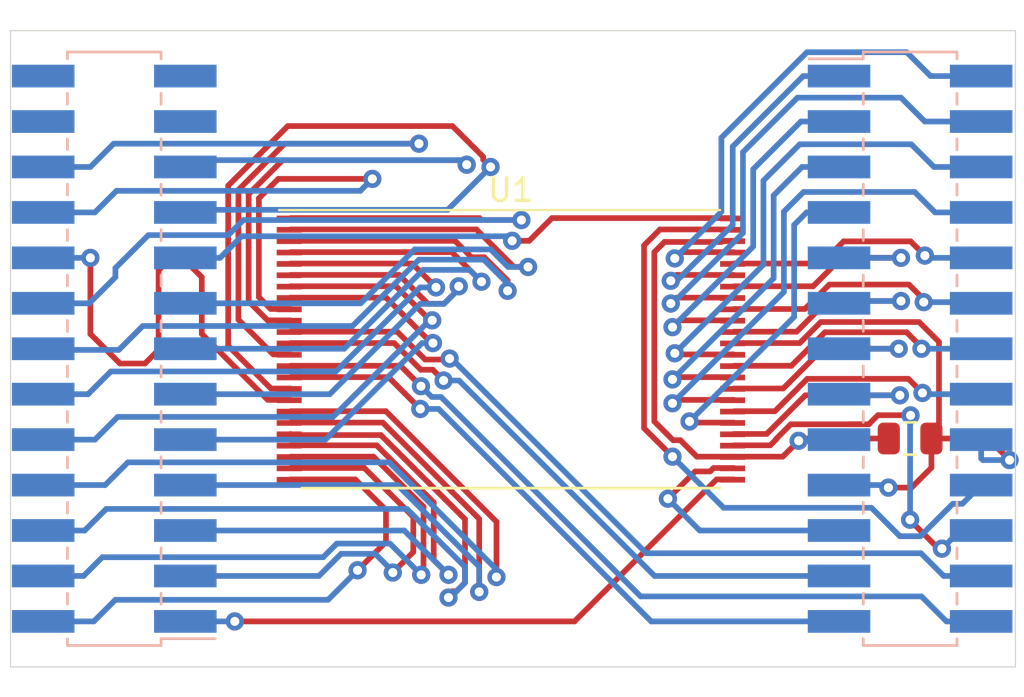
<source format=kicad_pcb>
(kicad_pcb (version 20171130) (host pcbnew "(5.1.2)-1")

  (general
    (thickness 1.6)
    (drawings 4)
    (tracks 447)
    (zones 0)
    (modules 4)
    (nets 48)
  )

  (page A4)
  (layers
    (0 F.Cu signal)
    (31 B.Cu signal)
    (32 B.Adhes user)
    (33 F.Adhes user)
    (34 B.Paste user)
    (35 F.Paste user)
    (36 B.SilkS user)
    (37 F.SilkS user)
    (38 B.Mask user)
    (39 F.Mask user)
    (40 Dwgs.User user)
    (41 Cmts.User user)
    (42 Eco1.User user)
    (43 Eco2.User user)
    (44 Edge.Cuts user)
    (45 Margin user)
    (46 B.CrtYd user)
    (47 F.CrtYd user)
    (48 B.Fab user)
    (49 F.Fab user)
  )

  (setup
    (last_trace_width 0.25)
    (trace_clearance 0.2)
    (zone_clearance 0.508)
    (zone_45_only no)
    (trace_min 0.2)
    (via_size 0.8)
    (via_drill 0.4)
    (via_min_size 0.4)
    (via_min_drill 0.3)
    (uvia_size 0.3)
    (uvia_drill 0.1)
    (uvias_allowed no)
    (uvia_min_size 0.2)
    (uvia_min_drill 0.1)
    (edge_width 0.05)
    (segment_width 0.2)
    (pcb_text_width 0.3)
    (pcb_text_size 1.5 1.5)
    (mod_edge_width 0.12)
    (mod_text_size 1 1)
    (mod_text_width 0.15)
    (pad_size 1.524 1.524)
    (pad_drill 0.762)
    (pad_to_mask_clearance 0.051)
    (solder_mask_min_width 0.25)
    (aux_axis_origin 119.634 107.65)
    (visible_elements 7FFFFFFF)
    (pcbplotparams
      (layerselection 0x010f0_ffffffff)
      (usegerberextensions true)
      (usegerberattributes false)
      (usegerberadvancedattributes false)
      (creategerberjobfile false)
      (excludeedgelayer true)
      (linewidth 0.100000)
      (plotframeref false)
      (viasonmask false)
      (mode 1)
      (useauxorigin true)
      (hpglpennumber 1)
      (hpglpenspeed 20)
      (hpglpendiameter 15.000000)
      (psnegative false)
      (psa4output false)
      (plotreference false)
      (plotvalue false)
      (plotinvisibletext false)
      (padsonsilk false)
      (subtractmaskfromsilk true)
      (outputformat 1)
      (mirror false)
      (drillshape 0)
      (scaleselection 1)
      (outputdirectory "gerbers/"))
  )

  (net 0 "")
  (net 1 GND)
  (net 2 VCC)
  (net 3 /A21)
  (net 4 /A20)
  (net 5 /A19)
  (net 6 /A18)
  (net 7 /A17)
  (net 8 /A16)
  (net 9 /A15)
  (net 10 /A14)
  (net 11 /A13)
  (net 12 /A12)
  (net 13 /A11)
  (net 14 /A10)
  (net 15 /A9)
  (net 16 /A8)
  (net 17 /A7)
  (net 18 /A6)
  (net 19 /A5)
  (net 20 /A4)
  (net 21 /A3)
  (net 22 /A2)
  (net 23 /A1)
  (net 24 /A0)
  (net 25 /~RST)
  (net 26 /~WE)
  (net 27 /~BYTE)
  (net 28 /~OE)
  (net 29 /~CS)
  (net 30 /~WP)
  (net 31 /RY~BY)
  (net 32 /D15)
  (net 33 /D14)
  (net 34 /D13)
  (net 35 /D12)
  (net 36 /D11)
  (net 37 /D10)
  (net 38 /D9)
  (net 39 /D8)
  (net 40 /D7)
  (net 41 /D6)
  (net 42 /D5)
  (net 43 /D4)
  (net 44 /D3)
  (net 45 /D2)
  (net 46 /D1)
  (net 47 /D0)

  (net_class Default "This is the default net class."
    (clearance 0.2)
    (trace_width 0.25)
    (via_dia 0.8)
    (via_drill 0.4)
    (uvia_dia 0.3)
    (uvia_drill 0.1)
    (add_net /A0)
    (add_net /A1)
    (add_net /A10)
    (add_net /A11)
    (add_net /A12)
    (add_net /A13)
    (add_net /A14)
    (add_net /A15)
    (add_net /A16)
    (add_net /A17)
    (add_net /A18)
    (add_net /A19)
    (add_net /A2)
    (add_net /A20)
    (add_net /A21)
    (add_net /A3)
    (add_net /A4)
    (add_net /A5)
    (add_net /A6)
    (add_net /A7)
    (add_net /A8)
    (add_net /A9)
    (add_net /D0)
    (add_net /D1)
    (add_net /D10)
    (add_net /D11)
    (add_net /D12)
    (add_net /D13)
    (add_net /D14)
    (add_net /D15)
    (add_net /D2)
    (add_net /D3)
    (add_net /D4)
    (add_net /D5)
    (add_net /D6)
    (add_net /D7)
    (add_net /D8)
    (add_net /D9)
    (add_net /RY~BY)
    (add_net /~BYTE)
    (add_net /~CS)
    (add_net /~OE)
    (add_net /~RST)
    (add_net /~WE)
    (add_net /~WP)
    (add_net GND)
    (add_net VCC)
  )

  (module Package_SO:TSOP-I-48_18.4x12mm_P0.5mm (layer F.Cu) (tedit 5A02F25C) (tstamp 5DD3A4F3)
    (at 97.443001 121.666)
    (descr "TSOP I, 32 pins, 18.4x8mm body (https://www.micron.com/~/media/documents/products/technical-note/nor-flash/tn1225_land_pad_design.pdf)")
    (tags "TSOP I 32")
    (path /5DD45BB1)
    (attr smd)
    (fp_text reference U1 (at 0 -7) (layer F.SilkS)
      (effects (font (size 1 1) (thickness 0.15)))
    )
    (fp_text value EN29AL064 (at 0 7) (layer F.Fab)
      (effects (font (size 1 1) (thickness 0.15)))
    )
    (fp_line (start -8.2 -6) (end 9.2 -6) (layer F.Fab) (width 0.1))
    (fp_line (start -9.2 6) (end -9.2 -5) (layer F.Fab) (width 0.1))
    (fp_line (start 9.2 6) (end -9.2 6) (layer F.Fab) (width 0.1))
    (fp_line (start 9.2 -6) (end 9.2 6) (layer F.Fab) (width 0.1))
    (fp_text user %R (at 0 0) (layer F.Fab)
      (effects (font (size 1 1) (thickness 0.15)))
    )
    (fp_line (start -8.2 -6) (end -9.2 -5) (layer F.Fab) (width 0.1))
    (fp_line (start 9.2 -6.12) (end -10.2 -6.12) (layer F.SilkS) (width 0.1))
    (fp_line (start -9.2 6.12) (end 9.2 6.12) (layer F.SilkS) (width 0.12))
    (fp_line (start -10.55 -6.25) (end 10.55 -6.25) (layer F.CrtYd) (width 0.05))
    (fp_line (start 10.55 -6.25) (end 10.55 6.25) (layer F.CrtYd) (width 0.05))
    (fp_line (start 10.55 6.25) (end -10.55 6.25) (layer F.CrtYd) (width 0.05))
    (fp_line (start -10.55 6.25) (end -10.55 -6.25) (layer F.CrtYd) (width 0.05))
    (pad 48 smd rect (at 9.75 -5.75) (size 1.1 0.25) (layers F.Cu F.Paste F.Mask)
      (net 8 /A16))
    (pad 47 smd rect (at 9.75 -5.25) (size 1.1 0.25) (layers F.Cu F.Paste F.Mask)
      (net 27 /~BYTE))
    (pad 46 smd rect (at 9.75 -4.75) (size 1.1 0.25) (layers F.Cu F.Paste F.Mask)
      (net 1 GND))
    (pad 45 smd rect (at 9.75 -4.25) (size 1.1 0.25) (layers F.Cu F.Paste F.Mask)
      (net 32 /D15))
    (pad 44 smd rect (at 9.75 -3.75) (size 1.1 0.25) (layers F.Cu F.Paste F.Mask)
      (net 40 /D7))
    (pad 43 smd rect (at 9.75 -3.25) (size 1.1 0.25) (layers F.Cu F.Paste F.Mask)
      (net 33 /D14))
    (pad 42 smd rect (at 9.75 -2.75) (size 1.1 0.25) (layers F.Cu F.Paste F.Mask)
      (net 41 /D6))
    (pad 41 smd rect (at 9.75 -2.25) (size 1.1 0.25) (layers F.Cu F.Paste F.Mask)
      (net 34 /D13))
    (pad 40 smd rect (at 9.75 -1.75) (size 1.1 0.25) (layers F.Cu F.Paste F.Mask)
      (net 42 /D5))
    (pad 39 smd rect (at 9.75 -1.25) (size 1.1 0.25) (layers F.Cu F.Paste F.Mask)
      (net 35 /D12))
    (pad 38 smd rect (at 9.75 -0.75) (size 1.1 0.25) (layers F.Cu F.Paste F.Mask)
      (net 43 /D4))
    (pad 37 smd rect (at 9.75 -0.25) (size 1.1 0.25) (layers F.Cu F.Paste F.Mask)
      (net 2 VCC))
    (pad 36 smd rect (at 9.75 0.25) (size 1.1 0.25) (layers F.Cu F.Paste F.Mask)
      (net 36 /D11))
    (pad 35 smd rect (at 9.75 0.75) (size 1.1 0.25) (layers F.Cu F.Paste F.Mask)
      (net 44 /D3))
    (pad 34 smd rect (at 9.75 1.25) (size 1.1 0.25) (layers F.Cu F.Paste F.Mask)
      (net 37 /D10))
    (pad 33 smd rect (at 9.75 1.75) (size 1.1 0.25) (layers F.Cu F.Paste F.Mask)
      (net 45 /D2))
    (pad 32 smd rect (at 9.75 2.25) (size 1.1 0.25) (layers F.Cu F.Paste F.Mask)
      (net 38 /D9))
    (pad 31 smd rect (at 9.75 2.75) (size 1.1 0.25) (layers F.Cu F.Paste F.Mask)
      (net 46 /D1))
    (pad 30 smd rect (at 9.75 3.25) (size 1.1 0.25) (layers F.Cu F.Paste F.Mask)
      (net 39 /D8))
    (pad 29 smd rect (at 9.75 3.75) (size 1.1 0.25) (layers F.Cu F.Paste F.Mask)
      (net 47 /D0))
    (pad 28 smd rect (at 9.75 4.25) (size 1.1 0.25) (layers F.Cu F.Paste F.Mask)
      (net 28 /~OE))
    (pad 27 smd rect (at 9.75 4.75) (size 1.1 0.25) (layers F.Cu F.Paste F.Mask)
      (net 1 GND))
    (pad 26 smd rect (at 9.75 5.25) (size 1.1 0.25) (layers F.Cu F.Paste F.Mask)
      (net 29 /~CS))
    (pad 24 smd rect (at -9.75 5.75) (size 1.1 0.25) (layers F.Cu F.Paste F.Mask)
      (net 23 /A1))
    (pad 23 smd rect (at -9.75 5.25) (size 1.1 0.25) (layers F.Cu F.Paste F.Mask)
      (net 22 /A2))
    (pad 22 smd rect (at -9.75 4.75) (size 1.1 0.25) (layers F.Cu F.Paste F.Mask)
      (net 21 /A3))
    (pad 21 smd rect (at -9.75 4.25) (size 1.1 0.25) (layers F.Cu F.Paste F.Mask)
      (net 20 /A4))
    (pad 20 smd rect (at -9.75 3.75) (size 1.1 0.25) (layers F.Cu F.Paste F.Mask)
      (net 19 /A5))
    (pad 19 smd rect (at -9.75 3.25) (size 1.1 0.25) (layers F.Cu F.Paste F.Mask)
      (net 18 /A6))
    (pad 18 smd rect (at -9.75 2.75) (size 1.1 0.25) (layers F.Cu F.Paste F.Mask)
      (net 17 /A7))
    (pad 17 smd rect (at -9.75 2.25) (size 1.1 0.25) (layers F.Cu F.Paste F.Mask)
      (net 7 /A17))
    (pad 16 smd rect (at -9.75 1.75) (size 1.1 0.25) (layers F.Cu F.Paste F.Mask)
      (net 6 /A18))
    (pad 15 smd rect (at -9.75 1.25) (size 1.1 0.25) (layers F.Cu F.Paste F.Mask)
      (net 31 /RY~BY))
    (pad 14 smd rect (at -9.75 0.75) (size 1.1 0.25) (layers F.Cu F.Paste F.Mask)
      (net 30 /~WP))
    (pad 13 smd rect (at -9.75 0.25) (size 1.1 0.25) (layers F.Cu F.Paste F.Mask)
      (net 3 /A21))
    (pad 12 smd rect (at -9.75 -0.25) (size 1.1 0.25) (layers F.Cu F.Paste F.Mask)
      (net 25 /~RST))
    (pad 11 smd rect (at -9.75 -0.75) (size 1.1 0.25) (layers F.Cu F.Paste F.Mask)
      (net 26 /~WE))
    (pad 10 smd rect (at -9.75 -1.25) (size 1.1 0.25) (layers F.Cu F.Paste F.Mask)
      (net 4 /A20))
    (pad 9 smd rect (at -9.75 -1.75) (size 1.1 0.25) (layers F.Cu F.Paste F.Mask)
      (net 5 /A19))
    (pad 8 smd rect (at -9.75 -2.25) (size 1.1 0.25) (layers F.Cu F.Paste F.Mask)
      (net 16 /A8))
    (pad 7 smd rect (at -9.75 -2.75) (size 1.1 0.25) (layers F.Cu F.Paste F.Mask)
      (net 15 /A9))
    (pad 6 smd rect (at -9.75 -3.25) (size 1.1 0.25) (layers F.Cu F.Paste F.Mask)
      (net 14 /A10))
    (pad 5 smd rect (at -9.75 -3.75) (size 1.1 0.25) (layers F.Cu F.Paste F.Mask)
      (net 13 /A11))
    (pad 4 smd rect (at -9.75 -4.25) (size 1.1 0.25) (layers F.Cu F.Paste F.Mask)
      (net 12 /A12))
    (pad 3 smd rect (at -9.75 -4.75) (size 1.1 0.25) (layers F.Cu F.Paste F.Mask)
      (net 11 /A13))
    (pad 2 smd rect (at -9.75 -5.25) (size 1.1 0.25) (layers F.Cu F.Paste F.Mask)
      (net 10 /A14))
    (pad 25 smd rect (at 9.75 5.75) (size 1.1 0.25) (layers F.Cu F.Paste F.Mask)
      (net 24 /A0))
    (pad 1 smd rect (at -9.75 -5.75) (size 1.1 0.25) (layers F.Cu F.Paste F.Mask)
      (net 9 /A15))
    (model ${KISYS3DMOD}/Package_SO.3dshapes/TSOP-I-48_18.4x12mm_P0.5mm.wrl
      (at (xyz 0 0 0))
      (scale (xyz 1 1 1))
      (rotate (xyz 0 0 0))
    )
  )

  (module Connector_PinSocket_2.00mm:PinSocket_2x13_P2.00mm_Vertical_SMD (layer B.Cu) (tedit 5A19A41C) (tstamp 5DD31565)
    (at 115 121.65 180)
    (descr "surface-mounted straight socket strip, 2x13, 2.00mm pitch, double cols (from Kicad 4.0.7), script generated")
    (tags "Surface mounted socket strip SMD 2x13 2.00mm double row")
    (path /5DD92894)
    (attr smd)
    (fp_text reference J2 (at 0 14.5) (layer B.SilkS) hide
      (effects (font (size 1 1) (thickness 0.15)) (justify mirror))
    )
    (fp_text value DAT (at 0 -14.5) (layer B.Fab)
      (effects (font (size 1 1) (thickness 0.15)) (justify mirror))
    )
    (fp_text user %R (at 0 0 270) (layer B.Fab)
      (effects (font (size 1 1) (thickness 0.15)) (justify mirror))
    )
    (fp_line (start -5 -13.5) (end -5 13.5) (layer B.CrtYd) (width 0.05))
    (fp_line (start 5 -13.5) (end -5 -13.5) (layer B.CrtYd) (width 0.05))
    (fp_line (start 5 13.5) (end 5 -13.5) (layer B.CrtYd) (width 0.05))
    (fp_line (start -5 13.5) (end 5 13.5) (layer B.CrtYd) (width 0.05))
    (fp_line (start 3 -12.25) (end 2 -12.25) (layer B.Fab) (width 0.1))
    (fp_line (start 3 -11.75) (end 3 -12.25) (layer B.Fab) (width 0.1))
    (fp_line (start 2 -11.75) (end 3 -11.75) (layer B.Fab) (width 0.1))
    (fp_line (start -3 -12.25) (end -3 -11.75) (layer B.Fab) (width 0.1))
    (fp_line (start -2 -12.25) (end -3 -12.25) (layer B.Fab) (width 0.1))
    (fp_line (start -3 -11.75) (end -2 -11.75) (layer B.Fab) (width 0.1))
    (fp_line (start 3 -10.25) (end 2 -10.25) (layer B.Fab) (width 0.1))
    (fp_line (start 3 -9.75) (end 3 -10.25) (layer B.Fab) (width 0.1))
    (fp_line (start 2 -9.75) (end 3 -9.75) (layer B.Fab) (width 0.1))
    (fp_line (start -3 -10.25) (end -3 -9.75) (layer B.Fab) (width 0.1))
    (fp_line (start -2 -10.25) (end -3 -10.25) (layer B.Fab) (width 0.1))
    (fp_line (start -3 -9.75) (end -2 -9.75) (layer B.Fab) (width 0.1))
    (fp_line (start 3 -8.25) (end 2 -8.25) (layer B.Fab) (width 0.1))
    (fp_line (start 3 -7.75) (end 3 -8.25) (layer B.Fab) (width 0.1))
    (fp_line (start 2 -7.75) (end 3 -7.75) (layer B.Fab) (width 0.1))
    (fp_line (start -3 -8.25) (end -3 -7.75) (layer B.Fab) (width 0.1))
    (fp_line (start -2 -8.25) (end -3 -8.25) (layer B.Fab) (width 0.1))
    (fp_line (start -3 -7.75) (end -2 -7.75) (layer B.Fab) (width 0.1))
    (fp_line (start 3 -6.25) (end 2 -6.25) (layer B.Fab) (width 0.1))
    (fp_line (start 3 -5.75) (end 3 -6.25) (layer B.Fab) (width 0.1))
    (fp_line (start 2 -5.75) (end 3 -5.75) (layer B.Fab) (width 0.1))
    (fp_line (start -3 -6.25) (end -3 -5.75) (layer B.Fab) (width 0.1))
    (fp_line (start -2 -6.25) (end -3 -6.25) (layer B.Fab) (width 0.1))
    (fp_line (start -3 -5.75) (end -2 -5.75) (layer B.Fab) (width 0.1))
    (fp_line (start 3 -4.25) (end 2 -4.25) (layer B.Fab) (width 0.1))
    (fp_line (start 3 -3.75) (end 3 -4.25) (layer B.Fab) (width 0.1))
    (fp_line (start 2 -3.75) (end 3 -3.75) (layer B.Fab) (width 0.1))
    (fp_line (start -3 -4.25) (end -3 -3.75) (layer B.Fab) (width 0.1))
    (fp_line (start -2 -4.25) (end -3 -4.25) (layer B.Fab) (width 0.1))
    (fp_line (start -3 -3.75) (end -2 -3.75) (layer B.Fab) (width 0.1))
    (fp_line (start 3 -2.25) (end 2 -2.25) (layer B.Fab) (width 0.1))
    (fp_line (start 3 -1.75) (end 3 -2.25) (layer B.Fab) (width 0.1))
    (fp_line (start 2 -1.75) (end 3 -1.75) (layer B.Fab) (width 0.1))
    (fp_line (start -3 -2.25) (end -3 -1.75) (layer B.Fab) (width 0.1))
    (fp_line (start -2 -2.25) (end -3 -2.25) (layer B.Fab) (width 0.1))
    (fp_line (start -3 -1.75) (end -2 -1.75) (layer B.Fab) (width 0.1))
    (fp_line (start 3 -0.25) (end 2 -0.25) (layer B.Fab) (width 0.1))
    (fp_line (start 3 0.25) (end 3 -0.25) (layer B.Fab) (width 0.1))
    (fp_line (start 2 0.25) (end 3 0.25) (layer B.Fab) (width 0.1))
    (fp_line (start -3 -0.25) (end -3 0.25) (layer B.Fab) (width 0.1))
    (fp_line (start -2 -0.25) (end -3 -0.25) (layer B.Fab) (width 0.1))
    (fp_line (start -3 0.25) (end -2 0.25) (layer B.Fab) (width 0.1))
    (fp_line (start 3 1.75) (end 2 1.75) (layer B.Fab) (width 0.1))
    (fp_line (start 3 2.25) (end 3 1.75) (layer B.Fab) (width 0.1))
    (fp_line (start 2 2.25) (end 3 2.25) (layer B.Fab) (width 0.1))
    (fp_line (start -3 1.75) (end -3 2.25) (layer B.Fab) (width 0.1))
    (fp_line (start -2 1.75) (end -3 1.75) (layer B.Fab) (width 0.1))
    (fp_line (start -3 2.25) (end -2 2.25) (layer B.Fab) (width 0.1))
    (fp_line (start 3 3.75) (end 2 3.75) (layer B.Fab) (width 0.1))
    (fp_line (start 3 4.25) (end 3 3.75) (layer B.Fab) (width 0.1))
    (fp_line (start 2 4.25) (end 3 4.25) (layer B.Fab) (width 0.1))
    (fp_line (start -3 3.75) (end -3 4.25) (layer B.Fab) (width 0.1))
    (fp_line (start -2 3.75) (end -3 3.75) (layer B.Fab) (width 0.1))
    (fp_line (start -3 4.25) (end -2 4.25) (layer B.Fab) (width 0.1))
    (fp_line (start 3 5.75) (end 2 5.75) (layer B.Fab) (width 0.1))
    (fp_line (start 3 6.25) (end 3 5.75) (layer B.Fab) (width 0.1))
    (fp_line (start 2 6.25) (end 3 6.25) (layer B.Fab) (width 0.1))
    (fp_line (start -3 5.75) (end -3 6.25) (layer B.Fab) (width 0.1))
    (fp_line (start -2 5.75) (end -3 5.75) (layer B.Fab) (width 0.1))
    (fp_line (start -3 6.25) (end -2 6.25) (layer B.Fab) (width 0.1))
    (fp_line (start 3 7.75) (end 2 7.75) (layer B.Fab) (width 0.1))
    (fp_line (start 3 8.25) (end 3 7.75) (layer B.Fab) (width 0.1))
    (fp_line (start 2 8.25) (end 3 8.25) (layer B.Fab) (width 0.1))
    (fp_line (start -3 7.75) (end -3 8.25) (layer B.Fab) (width 0.1))
    (fp_line (start -2 7.75) (end -3 7.75) (layer B.Fab) (width 0.1))
    (fp_line (start -3 8.25) (end -2 8.25) (layer B.Fab) (width 0.1))
    (fp_line (start 3 9.75) (end 2 9.75) (layer B.Fab) (width 0.1))
    (fp_line (start 3 10.25) (end 3 9.75) (layer B.Fab) (width 0.1))
    (fp_line (start 2 10.25) (end 3 10.25) (layer B.Fab) (width 0.1))
    (fp_line (start -3 9.75) (end -3 10.25) (layer B.Fab) (width 0.1))
    (fp_line (start -2 9.75) (end -3 9.75) (layer B.Fab) (width 0.1))
    (fp_line (start -3 10.25) (end -2 10.25) (layer B.Fab) (width 0.1))
    (fp_line (start 3 11.75) (end 2 11.75) (layer B.Fab) (width 0.1))
    (fp_line (start 3 12.25) (end 3 11.75) (layer B.Fab) (width 0.1))
    (fp_line (start 2 12.25) (end 3 12.25) (layer B.Fab) (width 0.1))
    (fp_line (start -3 11.75) (end -3 12.25) (layer B.Fab) (width 0.1))
    (fp_line (start -2 11.75) (end -3 11.75) (layer B.Fab) (width 0.1))
    (fp_line (start -3 12.25) (end -2 12.25) (layer B.Fab) (width 0.1))
    (fp_line (start -2 -13) (end -2 13) (layer B.Fab) (width 0.1))
    (fp_line (start 2 -13) (end -2 -13) (layer B.Fab) (width 0.1))
    (fp_line (start 2 12) (end 2 -13) (layer B.Fab) (width 0.1))
    (fp_line (start 1 13) (end 2 12) (layer B.Fab) (width 0.1))
    (fp_line (start -2 13) (end 1 13) (layer B.Fab) (width 0.1))
    (fp_line (start 2.06 12.76) (end 4.44 12.76) (layer B.SilkS) (width 0.12))
    (fp_line (start -2.06 -12.76) (end -2.06 -13.06) (layer B.SilkS) (width 0.12))
    (fp_line (start -2.06 -10.76) (end -2.06 -11.24) (layer B.SilkS) (width 0.12))
    (fp_line (start -2.06 -8.76) (end -2.06 -9.24) (layer B.SilkS) (width 0.12))
    (fp_line (start -2.06 -6.76) (end -2.06 -7.24) (layer B.SilkS) (width 0.12))
    (fp_line (start -2.06 -4.76) (end -2.06 -5.24) (layer B.SilkS) (width 0.12))
    (fp_line (start -2.06 -2.76) (end -2.06 -3.24) (layer B.SilkS) (width 0.12))
    (fp_line (start -2.06 -0.76) (end -2.06 -1.24) (layer B.SilkS) (width 0.12))
    (fp_line (start -2.06 1.24) (end -2.06 0.76) (layer B.SilkS) (width 0.12))
    (fp_line (start -2.06 3.24) (end -2.06 2.76) (layer B.SilkS) (width 0.12))
    (fp_line (start -2.06 5.24) (end -2.06 4.76) (layer B.SilkS) (width 0.12))
    (fp_line (start -2.06 7.24) (end -2.06 6.76) (layer B.SilkS) (width 0.12))
    (fp_line (start -2.06 9.24) (end -2.06 8.76) (layer B.SilkS) (width 0.12))
    (fp_line (start -2.06 11.24) (end -2.06 10.76) (layer B.SilkS) (width 0.12))
    (fp_line (start -2.06 13.06) (end -2.06 12.76) (layer B.SilkS) (width 0.12))
    (fp_line (start -2.06 -13.06) (end 2.06 -13.06) (layer B.SilkS) (width 0.12))
    (fp_line (start 2.06 -12.76) (end 2.06 -13.06) (layer B.SilkS) (width 0.12))
    (fp_line (start 2.06 -10.76) (end 2.06 -11.24) (layer B.SilkS) (width 0.12))
    (fp_line (start 2.06 -8.76) (end 2.06 -9.24) (layer B.SilkS) (width 0.12))
    (fp_line (start 2.06 -6.76) (end 2.06 -7.24) (layer B.SilkS) (width 0.12))
    (fp_line (start 2.06 -4.76) (end 2.06 -5.24) (layer B.SilkS) (width 0.12))
    (fp_line (start 2.06 -2.76) (end 2.06 -3.24) (layer B.SilkS) (width 0.12))
    (fp_line (start 2.06 -0.76) (end 2.06 -1.24) (layer B.SilkS) (width 0.12))
    (fp_line (start 2.06 1.24) (end 2.06 0.76) (layer B.SilkS) (width 0.12))
    (fp_line (start 2.06 3.24) (end 2.06 2.76) (layer B.SilkS) (width 0.12))
    (fp_line (start 2.06 5.24) (end 2.06 4.76) (layer B.SilkS) (width 0.12))
    (fp_line (start 2.06 7.24) (end 2.06 6.76) (layer B.SilkS) (width 0.12))
    (fp_line (start 2.06 9.24) (end 2.06 8.76) (layer B.SilkS) (width 0.12))
    (fp_line (start 2.06 11.24) (end 2.06 10.76) (layer B.SilkS) (width 0.12))
    (fp_line (start 2.06 13.06) (end 2.06 12.76) (layer B.SilkS) (width 0.12))
    (fp_line (start -2.06 13.06) (end 2.06 13.06) (layer B.SilkS) (width 0.12))
    (pad 26 smd rect (at -3.125 -12 180) (size 2.75 1) (layers B.Cu B.Paste B.Mask)
      (net 30 /~WP))
    (pad 25 smd rect (at 3.125 -12 180) (size 2.75 1) (layers B.Cu B.Paste B.Mask)
      (net 31 /RY~BY))
    (pad 24 smd rect (at -3.125 -10 180) (size 2.75 1) (layers B.Cu B.Paste B.Mask)
      (net 26 /~WE))
    (pad 23 smd rect (at 3.125 -10 180) (size 2.75 1) (layers B.Cu B.Paste B.Mask)
      (net 25 /~RST))
    (pad 22 smd rect (at -3.125 -8 180) (size 2.75 1) (layers B.Cu B.Paste B.Mask)
      (net 28 /~OE))
    (pad 21 smd rect (at 3.125 -8 180) (size 2.75 1) (layers B.Cu B.Paste B.Mask)
      (net 29 /~CS))
    (pad 20 smd rect (at -3.125 -6 180) (size 2.75 1) (layers B.Cu B.Paste B.Mask)
      (net 27 /~BYTE))
    (pad 19 smd rect (at 3.125 -6 180) (size 2.75 1) (layers B.Cu B.Paste B.Mask)
      (net 2 VCC))
    (pad 18 smd rect (at -3.125 -4 180) (size 2.75 1) (layers B.Cu B.Paste B.Mask)
      (net 2 VCC))
    (pad 17 smd rect (at 3.125 -4 180) (size 2.75 1) (layers B.Cu B.Paste B.Mask)
      (net 1 GND))
    (pad 16 smd rect (at -3.125 -2 180) (size 2.75 1) (layers B.Cu B.Paste B.Mask)
      (net 46 /D1))
    (pad 15 smd rect (at 3.125 -2 180) (size 2.75 1) (layers B.Cu B.Paste B.Mask)
      (net 47 /D0))
    (pad 14 smd rect (at -3.125 0 180) (size 2.75 1) (layers B.Cu B.Paste B.Mask)
      (net 44 /D3))
    (pad 13 smd rect (at 3.125 0 180) (size 2.75 1) (layers B.Cu B.Paste B.Mask)
      (net 45 /D2))
    (pad 12 smd rect (at -3.125 2 180) (size 2.75 1) (layers B.Cu B.Paste B.Mask)
      (net 42 /D5))
    (pad 11 smd rect (at 3.125 2 180) (size 2.75 1) (layers B.Cu B.Paste B.Mask)
      (net 43 /D4))
    (pad 10 smd rect (at -3.125 4 180) (size 2.75 1) (layers B.Cu B.Paste B.Mask)
      (net 40 /D7))
    (pad 9 smd rect (at 3.125 4 180) (size 2.75 1) (layers B.Cu B.Paste B.Mask)
      (net 41 /D6))
    (pad 8 smd rect (at -3.125 6 180) (size 2.75 1) (layers B.Cu B.Paste B.Mask)
      (net 38 /D9))
    (pad 7 smd rect (at 3.125 6 180) (size 2.75 1) (layers B.Cu B.Paste B.Mask)
      (net 39 /D8))
    (pad 6 smd rect (at -3.125 8 180) (size 2.75 1) (layers B.Cu B.Paste B.Mask)
      (net 36 /D11))
    (pad 5 smd rect (at 3.125 8 180) (size 2.75 1) (layers B.Cu B.Paste B.Mask)
      (net 37 /D10))
    (pad 4 smd rect (at -3.125 10 180) (size 2.75 1) (layers B.Cu B.Paste B.Mask)
      (net 34 /D13))
    (pad 3 smd rect (at 3.125 10 180) (size 2.75 1) (layers B.Cu B.Paste B.Mask)
      (net 35 /D12))
    (pad 2 smd rect (at -3.125 12 180) (size 2.75 1) (layers B.Cu B.Paste B.Mask)
      (net 32 /D15))
    (pad 1 smd rect (at 3.125 12 180) (size 2.75 1) (layers B.Cu B.Paste B.Mask)
      (net 33 /D14))
    (model ${KISYS3DMOD}/Connector_PinSocket_2.00mm.3dshapes/PinSocket_2x13_P2.00mm_Vertical_SMD.wrl
      (at (xyz 0 0 0))
      (scale (xyz 1 1 1))
      (rotate (xyz 0 0 0))
    )
  )

  (module Connector_PinSocket_2.00mm:PinSocket_2x13_P2.00mm_Vertical_SMD (layer B.Cu) (tedit 5A19A41C) (tstamp 5DD314D0)
    (at 80 121.65)
    (descr "surface-mounted straight socket strip, 2x13, 2.00mm pitch, double cols (from Kicad 4.0.7), script generated")
    (tags "Surface mounted socket strip SMD 2x13 2.00mm double row")
    (path /5DD36D24)
    (attr smd)
    (fp_text reference J1 (at 0 14.5) (layer B.SilkS) hide
      (effects (font (size 1 1) (thickness 0.15)) (justify mirror))
    )
    (fp_text value ADDR (at 0 -14.5) (layer B.Fab)
      (effects (font (size 1 1) (thickness 0.15)) (justify mirror))
    )
    (fp_text user %R (at 0 0 -90) (layer B.Fab)
      (effects (font (size 1 1) (thickness 0.15)) (justify mirror))
    )
    (fp_line (start -5 -13.5) (end -5 13.5) (layer B.CrtYd) (width 0.05))
    (fp_line (start 5 -13.5) (end -5 -13.5) (layer B.CrtYd) (width 0.05))
    (fp_line (start 5 13.5) (end 5 -13.5) (layer B.CrtYd) (width 0.05))
    (fp_line (start -5 13.5) (end 5 13.5) (layer B.CrtYd) (width 0.05))
    (fp_line (start 3 -12.25) (end 2 -12.25) (layer B.Fab) (width 0.1))
    (fp_line (start 3 -11.75) (end 3 -12.25) (layer B.Fab) (width 0.1))
    (fp_line (start 2 -11.75) (end 3 -11.75) (layer B.Fab) (width 0.1))
    (fp_line (start -3 -12.25) (end -3 -11.75) (layer B.Fab) (width 0.1))
    (fp_line (start -2 -12.25) (end -3 -12.25) (layer B.Fab) (width 0.1))
    (fp_line (start -3 -11.75) (end -2 -11.75) (layer B.Fab) (width 0.1))
    (fp_line (start 3 -10.25) (end 2 -10.25) (layer B.Fab) (width 0.1))
    (fp_line (start 3 -9.75) (end 3 -10.25) (layer B.Fab) (width 0.1))
    (fp_line (start 2 -9.75) (end 3 -9.75) (layer B.Fab) (width 0.1))
    (fp_line (start -3 -10.25) (end -3 -9.75) (layer B.Fab) (width 0.1))
    (fp_line (start -2 -10.25) (end -3 -10.25) (layer B.Fab) (width 0.1))
    (fp_line (start -3 -9.75) (end -2 -9.75) (layer B.Fab) (width 0.1))
    (fp_line (start 3 -8.25) (end 2 -8.25) (layer B.Fab) (width 0.1))
    (fp_line (start 3 -7.75) (end 3 -8.25) (layer B.Fab) (width 0.1))
    (fp_line (start 2 -7.75) (end 3 -7.75) (layer B.Fab) (width 0.1))
    (fp_line (start -3 -8.25) (end -3 -7.75) (layer B.Fab) (width 0.1))
    (fp_line (start -2 -8.25) (end -3 -8.25) (layer B.Fab) (width 0.1))
    (fp_line (start -3 -7.75) (end -2 -7.75) (layer B.Fab) (width 0.1))
    (fp_line (start 3 -6.25) (end 2 -6.25) (layer B.Fab) (width 0.1))
    (fp_line (start 3 -5.75) (end 3 -6.25) (layer B.Fab) (width 0.1))
    (fp_line (start 2 -5.75) (end 3 -5.75) (layer B.Fab) (width 0.1))
    (fp_line (start -3 -6.25) (end -3 -5.75) (layer B.Fab) (width 0.1))
    (fp_line (start -2 -6.25) (end -3 -6.25) (layer B.Fab) (width 0.1))
    (fp_line (start -3 -5.75) (end -2 -5.75) (layer B.Fab) (width 0.1))
    (fp_line (start 3 -4.25) (end 2 -4.25) (layer B.Fab) (width 0.1))
    (fp_line (start 3 -3.75) (end 3 -4.25) (layer B.Fab) (width 0.1))
    (fp_line (start 2 -3.75) (end 3 -3.75) (layer B.Fab) (width 0.1))
    (fp_line (start -3 -4.25) (end -3 -3.75) (layer B.Fab) (width 0.1))
    (fp_line (start -2 -4.25) (end -3 -4.25) (layer B.Fab) (width 0.1))
    (fp_line (start -3 -3.75) (end -2 -3.75) (layer B.Fab) (width 0.1))
    (fp_line (start 3 -2.25) (end 2 -2.25) (layer B.Fab) (width 0.1))
    (fp_line (start 3 -1.75) (end 3 -2.25) (layer B.Fab) (width 0.1))
    (fp_line (start 2 -1.75) (end 3 -1.75) (layer B.Fab) (width 0.1))
    (fp_line (start -3 -2.25) (end -3 -1.75) (layer B.Fab) (width 0.1))
    (fp_line (start -2 -2.25) (end -3 -2.25) (layer B.Fab) (width 0.1))
    (fp_line (start -3 -1.75) (end -2 -1.75) (layer B.Fab) (width 0.1))
    (fp_line (start 3 -0.25) (end 2 -0.25) (layer B.Fab) (width 0.1))
    (fp_line (start 3 0.25) (end 3 -0.25) (layer B.Fab) (width 0.1))
    (fp_line (start 2 0.25) (end 3 0.25) (layer B.Fab) (width 0.1))
    (fp_line (start -3 -0.25) (end -3 0.25) (layer B.Fab) (width 0.1))
    (fp_line (start -2 -0.25) (end -3 -0.25) (layer B.Fab) (width 0.1))
    (fp_line (start -3 0.25) (end -2 0.25) (layer B.Fab) (width 0.1))
    (fp_line (start 3 1.75) (end 2 1.75) (layer B.Fab) (width 0.1))
    (fp_line (start 3 2.25) (end 3 1.75) (layer B.Fab) (width 0.1))
    (fp_line (start 2 2.25) (end 3 2.25) (layer B.Fab) (width 0.1))
    (fp_line (start -3 1.75) (end -3 2.25) (layer B.Fab) (width 0.1))
    (fp_line (start -2 1.75) (end -3 1.75) (layer B.Fab) (width 0.1))
    (fp_line (start -3 2.25) (end -2 2.25) (layer B.Fab) (width 0.1))
    (fp_line (start 3 3.75) (end 2 3.75) (layer B.Fab) (width 0.1))
    (fp_line (start 3 4.25) (end 3 3.75) (layer B.Fab) (width 0.1))
    (fp_line (start 2 4.25) (end 3 4.25) (layer B.Fab) (width 0.1))
    (fp_line (start -3 3.75) (end -3 4.25) (layer B.Fab) (width 0.1))
    (fp_line (start -2 3.75) (end -3 3.75) (layer B.Fab) (width 0.1))
    (fp_line (start -3 4.25) (end -2 4.25) (layer B.Fab) (width 0.1))
    (fp_line (start 3 5.75) (end 2 5.75) (layer B.Fab) (width 0.1))
    (fp_line (start 3 6.25) (end 3 5.75) (layer B.Fab) (width 0.1))
    (fp_line (start 2 6.25) (end 3 6.25) (layer B.Fab) (width 0.1))
    (fp_line (start -3 5.75) (end -3 6.25) (layer B.Fab) (width 0.1))
    (fp_line (start -2 5.75) (end -3 5.75) (layer B.Fab) (width 0.1))
    (fp_line (start -3 6.25) (end -2 6.25) (layer B.Fab) (width 0.1))
    (fp_line (start 3 7.75) (end 2 7.75) (layer B.Fab) (width 0.1))
    (fp_line (start 3 8.25) (end 3 7.75) (layer B.Fab) (width 0.1))
    (fp_line (start 2 8.25) (end 3 8.25) (layer B.Fab) (width 0.1))
    (fp_line (start -3 7.75) (end -3 8.25) (layer B.Fab) (width 0.1))
    (fp_line (start -2 7.75) (end -3 7.75) (layer B.Fab) (width 0.1))
    (fp_line (start -3 8.25) (end -2 8.25) (layer B.Fab) (width 0.1))
    (fp_line (start 3 9.75) (end 2 9.75) (layer B.Fab) (width 0.1))
    (fp_line (start 3 10.25) (end 3 9.75) (layer B.Fab) (width 0.1))
    (fp_line (start 2 10.25) (end 3 10.25) (layer B.Fab) (width 0.1))
    (fp_line (start -3 9.75) (end -3 10.25) (layer B.Fab) (width 0.1))
    (fp_line (start -2 9.75) (end -3 9.75) (layer B.Fab) (width 0.1))
    (fp_line (start -3 10.25) (end -2 10.25) (layer B.Fab) (width 0.1))
    (fp_line (start 3 11.75) (end 2 11.75) (layer B.Fab) (width 0.1))
    (fp_line (start 3 12.25) (end 3 11.75) (layer B.Fab) (width 0.1))
    (fp_line (start 2 12.25) (end 3 12.25) (layer B.Fab) (width 0.1))
    (fp_line (start -3 11.75) (end -3 12.25) (layer B.Fab) (width 0.1))
    (fp_line (start -2 11.75) (end -3 11.75) (layer B.Fab) (width 0.1))
    (fp_line (start -3 12.25) (end -2 12.25) (layer B.Fab) (width 0.1))
    (fp_line (start -2 -13) (end -2 13) (layer B.Fab) (width 0.1))
    (fp_line (start 2 -13) (end -2 -13) (layer B.Fab) (width 0.1))
    (fp_line (start 2 12) (end 2 -13) (layer B.Fab) (width 0.1))
    (fp_line (start 1 13) (end 2 12) (layer B.Fab) (width 0.1))
    (fp_line (start -2 13) (end 1 13) (layer B.Fab) (width 0.1))
    (fp_line (start 2.06 12.76) (end 4.44 12.76) (layer B.SilkS) (width 0.12))
    (fp_line (start -2.06 -12.76) (end -2.06 -13.06) (layer B.SilkS) (width 0.12))
    (fp_line (start -2.06 -10.76) (end -2.06 -11.24) (layer B.SilkS) (width 0.12))
    (fp_line (start -2.06 -8.76) (end -2.06 -9.24) (layer B.SilkS) (width 0.12))
    (fp_line (start -2.06 -6.76) (end -2.06 -7.24) (layer B.SilkS) (width 0.12))
    (fp_line (start -2.06 -4.76) (end -2.06 -5.24) (layer B.SilkS) (width 0.12))
    (fp_line (start -2.06 -2.76) (end -2.06 -3.24) (layer B.SilkS) (width 0.12))
    (fp_line (start -2.06 -0.76) (end -2.06 -1.24) (layer B.SilkS) (width 0.12))
    (fp_line (start -2.06 1.24) (end -2.06 0.76) (layer B.SilkS) (width 0.12))
    (fp_line (start -2.06 3.24) (end -2.06 2.76) (layer B.SilkS) (width 0.12))
    (fp_line (start -2.06 5.24) (end -2.06 4.76) (layer B.SilkS) (width 0.12))
    (fp_line (start -2.06 7.24) (end -2.06 6.76) (layer B.SilkS) (width 0.12))
    (fp_line (start -2.06 9.24) (end -2.06 8.76) (layer B.SilkS) (width 0.12))
    (fp_line (start -2.06 11.24) (end -2.06 10.76) (layer B.SilkS) (width 0.12))
    (fp_line (start -2.06 13.06) (end -2.06 12.76) (layer B.SilkS) (width 0.12))
    (fp_line (start -2.06 -13.06) (end 2.06 -13.06) (layer B.SilkS) (width 0.12))
    (fp_line (start 2.06 -12.76) (end 2.06 -13.06) (layer B.SilkS) (width 0.12))
    (fp_line (start 2.06 -10.76) (end 2.06 -11.24) (layer B.SilkS) (width 0.12))
    (fp_line (start 2.06 -8.76) (end 2.06 -9.24) (layer B.SilkS) (width 0.12))
    (fp_line (start 2.06 -6.76) (end 2.06 -7.24) (layer B.SilkS) (width 0.12))
    (fp_line (start 2.06 -4.76) (end 2.06 -5.24) (layer B.SilkS) (width 0.12))
    (fp_line (start 2.06 -2.76) (end 2.06 -3.24) (layer B.SilkS) (width 0.12))
    (fp_line (start 2.06 -0.76) (end 2.06 -1.24) (layer B.SilkS) (width 0.12))
    (fp_line (start 2.06 1.24) (end 2.06 0.76) (layer B.SilkS) (width 0.12))
    (fp_line (start 2.06 3.24) (end 2.06 2.76) (layer B.SilkS) (width 0.12))
    (fp_line (start 2.06 5.24) (end 2.06 4.76) (layer B.SilkS) (width 0.12))
    (fp_line (start 2.06 7.24) (end 2.06 6.76) (layer B.SilkS) (width 0.12))
    (fp_line (start 2.06 9.24) (end 2.06 8.76) (layer B.SilkS) (width 0.12))
    (fp_line (start 2.06 11.24) (end 2.06 10.76) (layer B.SilkS) (width 0.12))
    (fp_line (start 2.06 13.06) (end 2.06 12.76) (layer B.SilkS) (width 0.12))
    (fp_line (start -2.06 13.06) (end 2.06 13.06) (layer B.SilkS) (width 0.12))
    (pad 26 smd rect (at -3.125 -12) (size 2.75 1) (layers B.Cu B.Paste B.Mask))
    (pad 25 smd rect (at 3.125 -12) (size 2.75 1) (layers B.Cu B.Paste B.Mask))
    (pad 24 smd rect (at -3.125 -10) (size 2.75 1) (layers B.Cu B.Paste B.Mask))
    (pad 23 smd rect (at 3.125 -10) (size 2.75 1) (layers B.Cu B.Paste B.Mask))
    (pad 22 smd rect (at -3.125 -8) (size 2.75 1) (layers B.Cu B.Paste B.Mask)
      (net 3 /A21))
    (pad 21 smd rect (at 3.125 -8) (size 2.75 1) (layers B.Cu B.Paste B.Mask)
      (net 4 /A20))
    (pad 20 smd rect (at -3.125 -6) (size 2.75 1) (layers B.Cu B.Paste B.Mask)
      (net 5 /A19))
    (pad 19 smd rect (at 3.125 -6) (size 2.75 1) (layers B.Cu B.Paste B.Mask)
      (net 6 /A18))
    (pad 18 smd rect (at -3.125 -4) (size 2.75 1) (layers B.Cu B.Paste B.Mask)
      (net 7 /A17))
    (pad 17 smd rect (at 3.125 -4) (size 2.75 1) (layers B.Cu B.Paste B.Mask)
      (net 8 /A16))
    (pad 16 smd rect (at -3.125 -2) (size 2.75 1) (layers B.Cu B.Paste B.Mask)
      (net 9 /A15))
    (pad 15 smd rect (at 3.125 -2) (size 2.75 1) (layers B.Cu B.Paste B.Mask)
      (net 10 /A14))
    (pad 14 smd rect (at -3.125 0) (size 2.75 1) (layers B.Cu B.Paste B.Mask)
      (net 11 /A13))
    (pad 13 smd rect (at 3.125 0) (size 2.75 1) (layers B.Cu B.Paste B.Mask)
      (net 12 /A12))
    (pad 12 smd rect (at -3.125 2) (size 2.75 1) (layers B.Cu B.Paste B.Mask)
      (net 13 /A11))
    (pad 11 smd rect (at 3.125 2) (size 2.75 1) (layers B.Cu B.Paste B.Mask)
      (net 14 /A10))
    (pad 10 smd rect (at -3.125 4) (size 2.75 1) (layers B.Cu B.Paste B.Mask)
      (net 15 /A9))
    (pad 9 smd rect (at 3.125 4) (size 2.75 1) (layers B.Cu B.Paste B.Mask)
      (net 16 /A8))
    (pad 8 smd rect (at -3.125 6) (size 2.75 1) (layers B.Cu B.Paste B.Mask)
      (net 17 /A7))
    (pad 7 smd rect (at 3.125 6) (size 2.75 1) (layers B.Cu B.Paste B.Mask)
      (net 18 /A6))
    (pad 6 smd rect (at -3.125 8) (size 2.75 1) (layers B.Cu B.Paste B.Mask)
      (net 19 /A5))
    (pad 5 smd rect (at 3.125 8) (size 2.75 1) (layers B.Cu B.Paste B.Mask)
      (net 20 /A4))
    (pad 4 smd rect (at -3.125 10) (size 2.75 1) (layers B.Cu B.Paste B.Mask)
      (net 21 /A3))
    (pad 3 smd rect (at 3.125 10) (size 2.75 1) (layers B.Cu B.Paste B.Mask)
      (net 22 /A2))
    (pad 2 smd rect (at -3.125 12) (size 2.75 1) (layers B.Cu B.Paste B.Mask)
      (net 23 /A1))
    (pad 1 smd rect (at 3.125 12) (size 2.75 1) (layers B.Cu B.Paste B.Mask)
      (net 24 /A0))
    (model ${KISYS3DMOD}/Connector_PinSocket_2.00mm.3dshapes/PinSocket_2x13_P2.00mm_Vertical_SMD.wrl
      (at (xyz 0 0 0))
      (scale (xyz 1 1 1))
      (rotate (xyz 0 0 0))
    )
  )

  (module Capacitor_SMD:C_0805_2012Metric (layer F.Cu) (tedit 5B36C52B) (tstamp 5DD3142A)
    (at 115 125.6 180)
    (descr "Capacitor SMD 0805 (2012 Metric), square (rectangular) end terminal, IPC_7351 nominal, (Body size source: https://docs.google.com/spreadsheets/d/1BsfQQcO9C6DZCsRaXUlFlo91Tg2WpOkGARC1WS5S8t0/edit?usp=sharing), generated with kicad-footprint-generator")
    (tags capacitor)
    (path /5DEC5DF2)
    (attr smd)
    (fp_text reference C1 (at 0 -1.65) (layer F.SilkS) hide
      (effects (font (size 1 1) (thickness 0.15)))
    )
    (fp_text value 100nF (at 0 1.65) (layer F.Fab)
      (effects (font (size 1 1) (thickness 0.15)))
    )
    (fp_text user %R (at 0 0) (layer F.Fab)
      (effects (font (size 0.5 0.5) (thickness 0.08)))
    )
    (fp_line (start 1.68 0.95) (end -1.68 0.95) (layer F.CrtYd) (width 0.05))
    (fp_line (start 1.68 -0.95) (end 1.68 0.95) (layer F.CrtYd) (width 0.05))
    (fp_line (start -1.68 -0.95) (end 1.68 -0.95) (layer F.CrtYd) (width 0.05))
    (fp_line (start -1.68 0.95) (end -1.68 -0.95) (layer F.CrtYd) (width 0.05))
    (fp_line (start -0.258578 0.71) (end 0.258578 0.71) (layer F.SilkS) (width 0.12))
    (fp_line (start -0.258578 -0.71) (end 0.258578 -0.71) (layer F.SilkS) (width 0.12))
    (fp_line (start 1 0.6) (end -1 0.6) (layer F.Fab) (width 0.1))
    (fp_line (start 1 -0.6) (end 1 0.6) (layer F.Fab) (width 0.1))
    (fp_line (start -1 -0.6) (end 1 -0.6) (layer F.Fab) (width 0.1))
    (fp_line (start -1 0.6) (end -1 -0.6) (layer F.Fab) (width 0.1))
    (pad 2 smd roundrect (at 0.9375 0 180) (size 0.975 1.4) (layers F.Cu F.Paste F.Mask) (roundrect_rratio 0.25)
      (net 1 GND))
    (pad 1 smd roundrect (at -0.9375 0 180) (size 0.975 1.4) (layers F.Cu F.Paste F.Mask) (roundrect_rratio 0.25)
      (net 2 VCC))
    (model ${KISYS3DMOD}/Capacitor_SMD.3dshapes/C_0805_2012Metric.wrl
      (at (xyz 0 0 0))
      (scale (xyz 1 1 1))
      (rotate (xyz 0 0 0))
    )
  )

  (gr_line (start 119.634 135.65) (end 119.634 107.65) (layer Edge.Cuts) (width 0.05) (tstamp 5DD327DA))
  (gr_line (start 75.438 135.65) (end 119.634 135.65) (layer Edge.Cuts) (width 0.05))
  (gr_line (start 75.438 107.65) (end 75.438 135.65) (layer Edge.Cuts) (width 0.05))
  (gr_line (start 119.634 107.65) (end 75.438 107.65) (layer Edge.Cuts) (width 0.05))

  (via (at 110.1 125.7) (size 0.8) (drill 0.4) (layers F.Cu B.Cu) (net 1))
  (segment (start 114.0625 125.6) (end 110.2 125.6) (width 0.25) (layer F.Cu) (net 1))
  (segment (start 110.2 125.6) (end 110.1 125.7) (width 0.25) (layer F.Cu) (net 1))
  (segment (start 111.825 125.7) (end 111.875 125.65) (width 0.25) (layer B.Cu) (net 1))
  (segment (start 110.1 125.7) (end 111.825 125.7) (width 0.25) (layer B.Cu) (net 1))
  (segment (start 109.4 126.4) (end 110.1 125.7) (width 0.25) (layer F.Cu) (net 1))
  (segment (start 107.25 126.4) (end 109.4 126.4) (width 0.25) (layer F.Cu) (net 1))
  (segment (start 105.623002 126.4) (end 107.25 126.4) (width 0.25) (layer F.Cu) (net 1))
  (segment (start 104.898001 125.674999) (end 105.623002 126.4) (width 0.25) (layer F.Cu) (net 1))
  (segment (start 104.15 125.25) (end 104.3 125.4) (width 0.25) (layer F.Cu) (net 1))
  (segment (start 104.574999 125.674999) (end 104.15 125.25) (width 0.25) (layer F.Cu) (net 1))
  (segment (start 104.898001 125.674999) (end 104.574999 125.674999) (width 0.25) (layer F.Cu) (net 1))
  (segment (start 103.75001 124.85001) (end 104.15 125.25) (width 0.25) (layer F.Cu) (net 1))
  (segment (start 103.75001 117.39999) (end 103.75001 124.85001) (width 0.25) (layer F.Cu) (net 1))
  (segment (start 104.200001 116.949999) (end 103.75001 117.39999) (width 0.25) (layer F.Cu) (net 1))
  (segment (start 106.700001 116.949999) (end 104.200001 116.949999) (width 0.25) (layer F.Cu) (net 1))
  (segment (start 107.25 116.9) (end 106.75 116.9) (width 0.25) (layer F.Cu) (net 1))
  (segment (start 106.75 116.9) (end 106.700001 116.949999) (width 0.25) (layer F.Cu) (net 1))
  (via (at 119.375 126.549998) (size 0.8) (drill 0.4) (layers F.Cu B.Cu) (net 2))
  (segment (start 115.9375 125.6) (end 118.425002 125.6) (width 0.25) (layer F.Cu) (net 2))
  (segment (start 118.425002 125.6) (end 119.375 126.549998) (width 0.25) (layer F.Cu) (net 2))
  (segment (start 119.375 126.549998) (end 118.200002 126.549998) (width 0.25) (layer B.Cu) (net 2))
  (segment (start 118.125 126.474996) (end 118.125 125.65) (width 0.25) (layer B.Cu) (net 2))
  (segment (start 118.200002 126.549998) (end 118.125 126.474996) (width 0.25) (layer B.Cu) (net 2))
  (segment (start 116.269509 125.267991) (end 115.9375 125.6) (width 0.25) (layer F.Cu) (net 2))
  (segment (start 116.269509 121.346507) (end 116.269509 125.267991) (width 0.25) (layer F.Cu) (net 2))
  (segment (start 115.397992 120.47499) (end 116.269509 121.346507) (width 0.25) (layer F.Cu) (net 2))
  (segment (start 111.069958 120.47499) (end 115.397992 120.47499) (width 0.25) (layer F.Cu) (net 2))
  (segment (start 107.25 121.4) (end 110.144948 121.4) (width 0.25) (layer F.Cu) (net 2))
  (segment (start 110.144948 121.4) (end 111.069958 120.47499) (width 0.25) (layer F.Cu) (net 2))
  (via (at 114.046 127.762) (size 0.8) (drill 0.4) (layers F.Cu B.Cu) (net 2))
  (segment (start 111.875 127.65) (end 113.934 127.65) (width 0.25) (layer B.Cu) (net 2))
  (segment (start 113.934 127.65) (end 114.046 127.762) (width 0.25) (layer B.Cu) (net 2))
  (segment (start 114.046 127.762) (end 115.062 127.762) (width 0.25) (layer F.Cu) (net 2))
  (segment (start 115.9375 126.8865) (end 115.9375 125.6) (width 0.25) (layer F.Cu) (net 2))
  (segment (start 115.062 127.762) (end 115.9375 126.8865) (width 0.25) (layer F.Cu) (net 2))
  (via (at 93.4 112.625) (size 0.8) (drill 0.4) (layers F.Cu B.Cu) (net 3))
  (segment (start 93.4 112.625) (end 79.975 112.625) (width 0.25) (layer B.Cu) (net 3))
  (segment (start 78.95 113.65) (end 76.875 113.65) (width 0.25) (layer B.Cu) (net 3))
  (segment (start 79.975 112.625) (end 78.95 113.65) (width 0.25) (layer B.Cu) (net 3))
  (segment (start 87.492178 112.625) (end 93.4 112.625) (width 0.25) (layer F.Cu) (net 3))
  (segment (start 87.75 121.9) (end 86.989998 121.9) (width 0.25) (layer F.Cu) (net 3))
  (segment (start 85.459978 120.36998) (end 85.459978 114.657198) (width 0.25) (layer F.Cu) (net 3))
  (segment (start 86.989998 121.9) (end 85.459978 120.36998) (width 0.25) (layer F.Cu) (net 3))
  (segment (start 85.459978 114.657198) (end 87.492178 112.625) (width 0.25) (layer F.Cu) (net 3))
  (via (at 95.5 113.55) (size 0.8) (drill 0.4) (layers F.Cu B.Cu) (net 4))
  (segment (start 83.425 113.35) (end 83.125 113.65) (width 0.25) (layer B.Cu) (net 4))
  (segment (start 95.5 113.55) (end 95.3 113.35) (width 0.25) (layer B.Cu) (net 4))
  (segment (start 95.3 113.35) (end 83.425 113.35) (width 0.25) (layer B.Cu) (net 4))
  (segment (start 85.909989 114.843598) (end 87.403588 113.35) (width 0.25) (layer F.Cu) (net 4))
  (segment (start 95.3 113.35) (end 95.5 113.55) (width 0.25) (layer F.Cu) (net 4))
  (segment (start 85.909989 119.5664) (end 85.909989 114.843598) (width 0.25) (layer F.Cu) (net 4))
  (segment (start 86.743589 120.4) (end 85.909989 119.5664) (width 0.25) (layer F.Cu) (net 4))
  (segment (start 87.403588 113.35) (end 95.3 113.35) (width 0.25) (layer F.Cu) (net 4))
  (segment (start 87.75 120.4) (end 86.743589 120.4) (width 0.25) (layer F.Cu) (net 4))
  (segment (start 86.874999 114.514999) (end 86.940008 114.44999) (width 0.25) (layer F.Cu) (net 5))
  (via (at 91.35 114.175) (size 0.8) (drill 0.4) (layers F.Cu B.Cu) (net 5))
  (segment (start 86.874999 114.514999) (end 87.214998 114.175) (width 0.25) (layer F.Cu) (net 5))
  (segment (start 87.214998 114.175) (end 91.35 114.175) (width 0.25) (layer F.Cu) (net 5))
  (segment (start 91.35 114.175) (end 90.825 114.7) (width 0.25) (layer B.Cu) (net 5))
  (segment (start 90.825 114.7) (end 80.1 114.7) (width 0.25) (layer B.Cu) (net 5))
  (segment (start 79.15 115.65) (end 76.875 115.65) (width 0.25) (layer B.Cu) (net 5))
  (segment (start 80.1 114.7) (end 79.15 115.65) (width 0.25) (layer B.Cu) (net 5))
  (segment (start 86.36 119.38) (end 86.36 115.029998) (width 0.25) (layer F.Cu) (net 5))
  (segment (start 86.88 119.9) (end 86.36 119.38) (width 0.25) (layer F.Cu) (net 5))
  (segment (start 86.36 115.029998) (end 86.874999 114.514999) (width 0.25) (layer F.Cu) (net 5))
  (segment (start 87.75 119.9) (end 86.88 119.9) (width 0.25) (layer F.Cu) (net 5))
  (via (at 96.55 113.65) (size 0.8) (drill 0.4) (layers F.Cu B.Cu) (net 6))
  (segment (start 94.663824 115.536176) (end 96.55 113.65) (width 0.25) (layer B.Cu) (net 6))
  (segment (start 83.125 115.65) (end 83.238824 115.536176) (width 0.25) (layer B.Cu) (net 6))
  (segment (start 83.238824 115.536176) (end 94.663824 115.536176) (width 0.25) (layer B.Cu) (net 6))
  (segment (start 86.290384 113.190384) (end 86.380808 113.09996) (width 0.25) (layer F.Cu) (net 6))
  (segment (start 87.630768 111.85) (end 86.290384 113.190384) (width 0.25) (layer F.Cu) (net 6))
  (segment (start 94.873002 111.85) (end 87.630768 111.85) (width 0.25) (layer F.Cu) (net 6))
  (segment (start 96.225001 113.201999) (end 94.873002 111.85) (width 0.25) (layer F.Cu) (net 6))
  (segment (start 96.55 113.65) (end 96.225001 113.325001) (width 0.25) (layer F.Cu) (net 6))
  (segment (start 96.225001 113.325001) (end 96.225001 113.201999) (width 0.25) (layer F.Cu) (net 6))
  (segment (start 85.009967 114.470798) (end 85.273579 114.207187) (width 0.25) (layer F.Cu) (net 6))
  (segment (start 85.009967 121.519967) (end 85.009967 114.470798) (width 0.25) (layer F.Cu) (net 6))
  (segment (start 85.273579 114.207187) (end 86.290384 113.190384) (width 0.25) (layer F.Cu) (net 6))
  (segment (start 86.89 123.4) (end 85.009967 121.519967) (width 0.25) (layer F.Cu) (net 6))
  (segment (start 87.75 123.4) (end 86.89 123.4) (width 0.25) (layer F.Cu) (net 6))
  (segment (start 86.75 123.9) (end 83.85 121) (width 0.25) (layer F.Cu) (net 7))
  (segment (start 87.75 123.9) (end 86.75 123.9) (width 0.25) (layer F.Cu) (net 7))
  (segment (start 83.85 121) (end 83.85 118.5) (width 0.25) (layer F.Cu) (net 7))
  (segment (start 83.85 118.5) (end 83.05 117.7) (width 0.25) (layer F.Cu) (net 7))
  (segment (start 83.05 117.7) (end 82.45 117.7) (width 0.25) (layer F.Cu) (net 7))
  (segment (start 82.45 117.7) (end 81.95 118.2) (width 0.25) (layer F.Cu) (net 7))
  (segment (start 81.95 118.2) (end 81.95 121.7) (width 0.25) (layer F.Cu) (net 7))
  (segment (start 81.95 121.7) (end 81.35 122.3) (width 0.25) (layer F.Cu) (net 7))
  (segment (start 81.35 122.3) (end 80.25 122.3) (width 0.25) (layer F.Cu) (net 7))
  (via (at 78.95 117.65) (size 0.8) (drill 0.4) (layers F.Cu B.Cu) (net 7))
  (segment (start 80.25 122.3) (end 78.95 121) (width 0.25) (layer F.Cu) (net 7))
  (segment (start 78.95 121) (end 78.95 117.65) (width 0.25) (layer F.Cu) (net 7))
  (segment (start 78.95 117.65) (end 76.875 117.65) (width 0.25) (layer B.Cu) (net 7))
  (segment (start 98.25 116.9) (end 97.5 116.9) (width 0.25) (layer F.Cu) (net 8))
  (segment (start 107.25 115.9) (end 99.25 115.9) (width 0.25) (layer F.Cu) (net 8))
  (via (at 97.5 116.9) (size 0.8) (drill 0.4) (layers F.Cu B.Cu) (net 8))
  (segment (start 99.25 115.9) (end 98.25 116.9) (width 0.25) (layer F.Cu) (net 8))
  (segment (start 97.3 116.7) (end 97.5 116.9) (width 0.25) (layer B.Cu) (net 8))
  (segment (start 85.6 116.7) (end 97.3 116.7) (width 0.25) (layer B.Cu) (net 8))
  (segment (start 83.125 117.65) (end 84.65 117.65) (width 0.25) (layer B.Cu) (net 8))
  (segment (start 84.65 117.65) (end 85.6 116.7) (width 0.25) (layer B.Cu) (net 8))
  (segment (start 76.875 119.65) (end 77.9 119.65) (width 0.25) (layer B.Cu) (net 9))
  (via (at 97.906139 115.986186) (size 0.8) (drill 0.4) (layers F.Cu B.Cu) (net 9))
  (segment (start 96.063408 115.9) (end 87.75 115.9) (width 0.25) (layer F.Cu) (net 9))
  (segment (start 97.906139 115.986186) (end 96.149594 115.986186) (width 0.25) (layer F.Cu) (net 9))
  (segment (start 96.149594 115.986186) (end 96.063408 115.9) (width 0.25) (layer F.Cu) (net 9))
  (segment (start 85.677404 115.986186) (end 97.906139 115.986186) (width 0.25) (layer B.Cu) (net 9))
  (segment (start 78.9 119.65) (end 80.05 118.5) (width 0.25) (layer B.Cu) (net 9))
  (segment (start 76.875 119.65) (end 78.9 119.65) (width 0.25) (layer B.Cu) (net 9))
  (segment (start 80.05 118.5) (end 80.05 118.1) (width 0.25) (layer B.Cu) (net 9))
  (segment (start 80.05 118.1) (end 81.5 116.65) (width 0.25) (layer B.Cu) (net 9))
  (segment (start 81.5 116.65) (end 85.01359 116.65) (width 0.25) (layer B.Cu) (net 9))
  (segment (start 85.01359 116.65) (end 85.677404 115.986186) (width 0.25) (layer B.Cu) (net 9))
  (via (at 98.2 118.05) (size 0.8) (drill 0.4) (layers F.Cu B.Cu) (net 10))
  (segment (start 97.323002 118.05) (end 98.2 118.05) (width 0.25) (layer B.Cu) (net 10))
  (segment (start 96.551091 117.278089) (end 97.323002 118.05) (width 0.25) (layer B.Cu) (net 10))
  (segment (start 93.212681 117.278089) (end 96.551091 117.278089) (width 0.25) (layer B.Cu) (net 10))
  (segment (start 83.125 119.65) (end 90.84077 119.65) (width 0.25) (layer B.Cu) (net 10))
  (segment (start 90.84077 119.65) (end 93.212681 117.278089) (width 0.25) (layer B.Cu) (net 10))
  (segment (start 95.926998 116.4) (end 87.75 116.4) (width 0.25) (layer F.Cu) (net 10))
  (segment (start 98.2 118.05) (end 97.576998 118.05) (width 0.25) (layer F.Cu) (net 10))
  (segment (start 97.576998 118.05) (end 95.926998 116.4) (width 0.25) (layer F.Cu) (net 10))
  (segment (start 76.875 121.65) (end 76.925 121.7) (width 0.25) (layer B.Cu) (net 11))
  (segment (start 76.925 121.7) (end 80.2 121.7) (width 0.25) (layer B.Cu) (net 11))
  (segment (start 80.2 121.7) (end 81.25 120.65) (width 0.25) (layer B.Cu) (net 11))
  (via (at 97.3 119.1) (size 0.8) (drill 0.4) (layers F.Cu B.Cu) (net 11))
  (segment (start 97.3 118.776998) (end 97.3 119.1) (width 0.25) (layer B.Cu) (net 11))
  (segment (start 96.251101 117.728099) (end 97.3 118.776998) (width 0.25) (layer B.Cu) (net 11))
  (segment (start 93.399081 117.728099) (end 96.251101 117.728099) (width 0.25) (layer B.Cu) (net 11))
  (segment (start 81.25 120.65) (end 90.47718 120.65) (width 0.25) (layer B.Cu) (net 11))
  (segment (start 90.47718 120.65) (end 93.399081 117.728099) (width 0.25) (layer B.Cu) (net 11))
  (segment (start 94.98641 116.9) (end 87.75 116.9) (width 0.25) (layer F.Cu) (net 11))
  (segment (start 95.711411 117.625001) (end 94.98641 116.9) (width 0.25) (layer F.Cu) (net 11))
  (segment (start 96.275001 117.625001) (end 95.711411 117.625001) (width 0.25) (layer F.Cu) (net 11))
  (segment (start 97.3 119.1) (end 97.3 118.65) (width 0.25) (layer F.Cu) (net 11))
  (segment (start 97.3 118.65) (end 96.275001 117.625001) (width 0.25) (layer F.Cu) (net 11))
  (via (at 96.15 118.7) (size 0.8) (drill 0.4) (layers F.Cu B.Cu) (net 12))
  (segment (start 95.628109 118.178109) (end 96.15 118.7) (width 0.25) (layer B.Cu) (net 12))
  (segment (start 93.585481 118.178109) (end 95.628109 118.178109) (width 0.25) (layer B.Cu) (net 12))
  (segment (start 83.125 121.65) (end 90.11359 121.65) (width 0.25) (layer B.Cu) (net 12))
  (segment (start 90.11359 121.65) (end 93.585481 118.178109) (width 0.25) (layer B.Cu) (net 12))
  (segment (start 94.85 117.4) (end 87.75 117.4) (width 0.25) (layer F.Cu) (net 12))
  (segment (start 96.15 118.7) (end 94.85 117.4) (width 0.25) (layer F.Cu) (net 12))
  (segment (start 87.75 117.9) (end 93.1 117.9) (width 0.25) (layer F.Cu) (net 13))
  (segment (start 93.1 117.9) (end 94.15 118.95) (width 0.25) (layer F.Cu) (net 13))
  (via (at 94.15 118.95) (size 0.8) (drill 0.4) (layers F.Cu B.Cu) (net 13))
  (segment (start 89.75 122.65) (end 93.45 118.95) (width 0.25) (layer B.Cu) (net 13))
  (segment (start 93.45 118.95) (end 94.15 118.95) (width 0.25) (layer B.Cu) (net 13))
  (segment (start 78.85 123.65) (end 79.85 122.65) (width 0.25) (layer B.Cu) (net 13))
  (segment (start 76.875 123.65) (end 78.85 123.65) (width 0.25) (layer B.Cu) (net 13))
  (segment (start 79.85 122.65) (end 89.75 122.65) (width 0.25) (layer B.Cu) (net 13))
  (segment (start 95.092438 118.845541) (end 95.150007 118.90311) (width 0.25) (layer F.Cu) (net 14))
  (via (at 95.150007 118.90311) (size 0.8) (drill 0.4) (layers F.Cu B.Cu) (net 14))
  (segment (start 87.75 118.4) (end 92.526996 118.4) (width 0.25) (layer F.Cu) (net 14))
  (segment (start 95.092438 118.725) (end 95.092438 118.845541) (width 0.25) (layer F.Cu) (net 14))
  (segment (start 94.498002 119.675002) (end 95.150007 119.022997) (width 0.25) (layer F.Cu) (net 14))
  (segment (start 93.801998 119.675002) (end 94.498002 119.675002) (width 0.25) (layer F.Cu) (net 14))
  (segment (start 95.150007 119.022997) (end 95.150007 118.90311) (width 0.25) (layer F.Cu) (net 14))
  (segment (start 89.477 123.65) (end 93.451999 119.675001) (width 0.25) (layer B.Cu) (net 14))
  (segment (start 92.526996 118.4) (end 93.801998 119.675002) (width 0.25) (layer F.Cu) (net 14))
  (segment (start 83.125 123.65) (end 89.477 123.65) (width 0.25) (layer B.Cu) (net 14))
  (segment (start 95.150007 119.022995) (end 95.150007 118.90311) (width 0.25) (layer B.Cu) (net 14))
  (segment (start 94.498001 119.675001) (end 95.150007 119.022995) (width 0.25) (layer B.Cu) (net 14))
  (segment (start 93.451999 119.675001) (end 94.498001 119.675001) (width 0.25) (layer B.Cu) (net 14))
  (segment (start 80.15 124.65) (end 89.618249 124.65) (width 0.25) (layer B.Cu) (net 15))
  (segment (start 76.875 125.65) (end 79.15 125.65) (width 0.25) (layer B.Cu) (net 15))
  (segment (start 79.15 125.65) (end 80.15 124.65) (width 0.25) (layer B.Cu) (net 15))
  (segment (start 87.75 118.9) (end 92.390585 118.9) (width 0.25) (layer F.Cu) (net 15))
  (segment (start 93.890597 120.400012) (end 93.98236 120.400012) (width 0.25) (layer F.Cu) (net 15))
  (segment (start 93.868237 120.400012) (end 93.98236 120.400012) (width 0.25) (layer B.Cu) (net 15))
  (via (at 93.98236 120.400012) (size 0.8) (drill 0.4) (layers F.Cu B.Cu) (net 15))
  (segment (start 92.390585 118.9) (end 93.890597 120.400012) (width 0.25) (layer F.Cu) (net 15))
  (segment (start 89.618249 124.65) (end 93.868237 120.400012) (width 0.25) (layer B.Cu) (net 15))
  (segment (start 91.952358 119.4) (end 93.951798 121.39944) (width 0.25) (layer F.Cu) (net 16))
  (via (at 94.016532 121.39944) (size 0.8) (drill 0.4) (layers F.Cu B.Cu) (net 16))
  (segment (start 93.53811 121.39944) (end 94.016532 121.39944) (width 0.25) (layer B.Cu) (net 16))
  (segment (start 87.75 119.4) (end 91.952358 119.4) (width 0.25) (layer F.Cu) (net 16))
  (segment (start 89.28755 125.65) (end 93.53811 121.39944) (width 0.25) (layer B.Cu) (net 16))
  (segment (start 83.125 125.65) (end 89.28755 125.65) (width 0.25) (layer B.Cu) (net 16))
  (segment (start 93.951798 121.39944) (end 94.016532 121.39944) (width 0.25) (layer F.Cu) (net 16))
  (segment (start 76.875 127.65) (end 79.6 127.65) (width 0.25) (layer B.Cu) (net 17))
  (segment (start 79.6 127.65) (end 80.6 126.65) (width 0.25) (layer B.Cu) (net 17))
  (via (at 96.809258 131.699208) (size 0.8) (drill 0.4) (layers F.Cu B.Cu) (net 17))
  (segment (start 96.809258 131.363436) (end 96.809258 131.699208) (width 0.25) (layer B.Cu) (net 17))
  (segment (start 80.6 126.65) (end 92.095822 126.65) (width 0.25) (layer B.Cu) (net 17))
  (segment (start 92.095822 126.65) (end 96.809258 131.363436) (width 0.25) (layer B.Cu) (net 17))
  (segment (start 91.94564 124.4) (end 87.75 124.4) (width 0.25) (layer F.Cu) (net 17))
  (segment (start 96.809258 131.699208) (end 96.809258 129.263618) (width 0.25) (layer F.Cu) (net 17))
  (segment (start 96.809258 129.263618) (end 91.94564 124.4) (width 0.25) (layer F.Cu) (net 17))
  (via (at 96.05 132.35) (size 0.8) (drill 0.4) (layers F.Cu B.Cu) (net 18))
  (segment (start 96.05 131.240588) (end 96.05 132.35) (width 0.25) (layer B.Cu) (net 18))
  (segment (start 83.125 127.65) (end 92.459412 127.65) (width 0.25) (layer B.Cu) (net 18))
  (segment (start 92.459412 127.65) (end 96.05 131.240588) (width 0.25) (layer B.Cu) (net 18))
  (segment (start 91.80923 124.9) (end 87.75 124.9) (width 0.25) (layer F.Cu) (net 18))
  (segment (start 96.05 132.35) (end 96.05 129.14077) (width 0.25) (layer F.Cu) (net 18))
  (segment (start 96.05 129.14077) (end 91.80923 124.9) (width 0.25) (layer F.Cu) (net 18))
  (segment (start 76.875 129.65) (end 78.7 129.65) (width 0.25) (layer B.Cu) (net 19))
  (segment (start 78.7 129.65) (end 79.65 128.7) (width 0.25) (layer B.Cu) (net 19))
  (via (at 94.7 132.600003) (size 0.8) (drill 0.4) (layers F.Cu B.Cu) (net 19))
  (segment (start 94.772999 132.600003) (end 94.7 132.600003) (width 0.25) (layer B.Cu) (net 19))
  (segment (start 95.425001 131.948001) (end 94.772999 132.600003) (width 0.25) (layer B.Cu) (net 19))
  (segment (start 95.425001 131.251999) (end 95.425001 131.948001) (width 0.25) (layer B.Cu) (net 19))
  (segment (start 79.65 128.7) (end 92.873002 128.7) (width 0.25) (layer B.Cu) (net 19))
  (segment (start 92.873002 128.7) (end 95.425001 131.251999) (width 0.25) (layer B.Cu) (net 19))
  (segment (start 87.79999 125.44999) (end 87.75 125.4) (width 0.25) (layer F.Cu) (net 19))
  (segment (start 91.72281 125.44999) (end 87.79999 125.44999) (width 0.25) (layer F.Cu) (net 19))
  (segment (start 94.7 132.5) (end 94.874999 132.325001) (width 0.25) (layer F.Cu) (net 19))
  (segment (start 94.7 132.600003) (end 94.7 132.5) (width 0.25) (layer F.Cu) (net 19))
  (segment (start 95.048001 132.325001) (end 95.425001 131.948001) (width 0.25) (layer F.Cu) (net 19))
  (segment (start 94.874999 132.325001) (end 95.048001 132.325001) (width 0.25) (layer F.Cu) (net 19))
  (segment (start 95.425001 131.948001) (end 95.425001 129.152181) (width 0.25) (layer F.Cu) (net 19))
  (segment (start 95.425001 129.152181) (end 91.72281 125.44999) (width 0.25) (layer F.Cu) (net 19))
  (via (at 94.7 131.6) (size 0.8) (drill 0.4) (layers F.Cu B.Cu) (net 20))
  (segment (start 83.125 129.65) (end 92.75 129.65) (width 0.25) (layer B.Cu) (net 20))
  (segment (start 92.75 129.65) (end 94.7 131.6) (width 0.25) (layer B.Cu) (net 20))
  (segment (start 91.53641 125.9) (end 87.75 125.9) (width 0.25) (layer F.Cu) (net 20))
  (segment (start 94.050019 128.413609) (end 91.53641 125.9) (width 0.25) (layer F.Cu) (net 20))
  (segment (start 94.7 131.6) (end 94.05002 130.95002) (width 0.25) (layer F.Cu) (net 20))
  (segment (start 94.05002 130.95002) (end 94.050019 128.413609) (width 0.25) (layer F.Cu) (net 20))
  (via (at 93.5 131.6) (size 0.8) (drill 0.4) (layers F.Cu B.Cu) (net 21))
  (segment (start 92.124989 130.224989) (end 93.5 131.6) (width 0.25) (layer B.Cu) (net 21))
  (segment (start 89.788601 130.224989) (end 92.124989 130.224989) (width 0.25) (layer B.Cu) (net 21))
  (segment (start 89.188591 130.824999) (end 89.788601 130.224989) (width 0.25) (layer B.Cu) (net 21))
  (segment (start 93.60001 131.49999) (end 93.60001 128.60001) (width 0.25) (layer F.Cu) (net 21))
  (segment (start 93.5 131.6) (end 93.60001 131.49999) (width 0.25) (layer F.Cu) (net 21))
  (segment (start 91.4 126.4) (end 87.75 126.4) (width 0.25) (layer F.Cu) (net 21))
  (segment (start 93.60001 128.60001) (end 91.4 126.4) (width 0.25) (layer F.Cu) (net 21))
  (segment (start 78.65 131.65) (end 79.475001 130.824999) (width 0.25) (layer B.Cu) (net 21))
  (segment (start 76.875 131.65) (end 78.65 131.65) (width 0.25) (layer B.Cu) (net 21))
  (segment (start 79.475001 130.824999) (end 89.188591 130.824999) (width 0.25) (layer B.Cu) (net 21))
  (segment (start 83.125 131.65) (end 89 131.65) (width 0.25) (layer B.Cu) (net 22))
  (segment (start 89.975001 130.674999) (end 91.474999 130.674999) (width 0.25) (layer B.Cu) (net 22))
  (segment (start 89 131.65) (end 89.975001 130.674999) (width 0.25) (layer B.Cu) (net 22))
  (via (at 92.25 131.5) (size 0.8) (drill 0.4) (layers F.Cu B.Cu) (net 22))
  (segment (start 91.474999 130.674999) (end 92.25 131.45) (width 0.25) (layer B.Cu) (net 22))
  (segment (start 92.25 131.45) (end 92.25 131.5) (width 0.25) (layer B.Cu) (net 22))
  (segment (start 92.25 131.5) (end 93.15 130.6) (width 0.25) (layer F.Cu) (net 22))
  (segment (start 93.15 130.6) (end 93.15 129.05) (width 0.25) (layer F.Cu) (net 22))
  (segment (start 93.15 129.05) (end 91 126.9) (width 0.25) (layer F.Cu) (net 22))
  (segment (start 91 126.9) (end 87.75 126.9) (width 0.25) (layer F.Cu) (net 22))
  (segment (start 76.875 133.65) (end 79.1 133.65) (width 0.25) (layer B.Cu) (net 23))
  (segment (start 79.1 133.65) (end 80.05 132.7) (width 0.25) (layer B.Cu) (net 23))
  (via (at 90.7 131.4) (size 0.8) (drill 0.4) (layers F.Cu B.Cu) (net 23))
  (segment (start 80.05 132.7) (end 89.4 132.7) (width 0.25) (layer B.Cu) (net 23))
  (segment (start 89.4 132.7) (end 90.7 131.4) (width 0.25) (layer B.Cu) (net 23))
  (segment (start 90.7 131.4) (end 91.95 130.15) (width 0.25) (layer F.Cu) (net 23))
  (segment (start 91.95 130.15) (end 91.95 128.75) (width 0.25) (layer F.Cu) (net 23))
  (segment (start 90.6 127.4) (end 87.75 127.4) (width 0.25) (layer F.Cu) (net 23))
  (segment (start 91.95 128.75) (end 90.6 127.4) (width 0.25) (layer F.Cu) (net 23))
  (segment (start 106.489998 127.4) (end 100.239998 133.65) (width 0.25) (layer F.Cu) (net 24))
  (segment (start 107.25 127.4) (end 106.489998 127.4) (width 0.25) (layer F.Cu) (net 24))
  (via (at 85.3 133.65) (size 0.8) (drill 0.4) (layers F.Cu B.Cu) (net 24))
  (segment (start 100.239998 133.65) (end 85.3 133.65) (width 0.25) (layer F.Cu) (net 24))
  (segment (start 85.3 133.65) (end 83.125 133.65) (width 0.25) (layer B.Cu) (net 24))
  (via (at 94.482596 123.047427) (size 0.8) (drill 0.4) (layers F.Cu B.Cu) (net 25))
  (segment (start 94.009622 122.574453) (end 94.482596 123.047427) (width 0.25) (layer F.Cu) (net 25))
  (segment (start 92.307677 121.4) (end 93.48213 122.574453) (width 0.25) (layer F.Cu) (net 25))
  (segment (start 87.75 121.4) (end 92.307677 121.4) (width 0.25) (layer F.Cu) (net 25))
  (segment (start 93.48213 122.574453) (end 94.009622 122.574453) (width 0.25) (layer F.Cu) (net 25))
  (segment (start 95.161017 123.047427) (end 94.482596 123.047427) (width 0.25) (layer B.Cu) (net 25))
  (segment (start 103.76359 131.65) (end 95.161017 123.047427) (width 0.25) (layer B.Cu) (net 25))
  (segment (start 111.875 131.65) (end 103.76359 131.65) (width 0.25) (layer B.Cu) (net 25))
  (segment (start 94.83288 122.08288) (end 94.746555 122.08288) (width 0.25) (layer B.Cu) (net 26))
  (segment (start 115.476996 130.65) (end 103.4 130.65) (width 0.25) (layer B.Cu) (net 26))
  (segment (start 118.125 131.65) (end 116.476996 131.65) (width 0.25) (layer B.Cu) (net 26))
  (via (at 94.746555 122.08288) (size 0.8) (drill 0.4) (layers F.Cu B.Cu) (net 26))
  (segment (start 103.4 130.65) (end 94.83288 122.08288) (width 0.25) (layer B.Cu) (net 26))
  (segment (start 87.75 120.9) (end 92.444088 120.9) (width 0.25) (layer F.Cu) (net 26))
  (segment (start 93.66853 122.124442) (end 94.704993 122.124442) (width 0.25) (layer F.Cu) (net 26))
  (segment (start 94.704993 122.124442) (end 94.746555 122.08288) (width 0.25) (layer F.Cu) (net 26))
  (segment (start 92.444088 120.9) (end 93.66853 122.124442) (width 0.25) (layer F.Cu) (net 26))
  (segment (start 116.476996 131.65) (end 115.476996 130.65) (width 0.25) (layer B.Cu) (net 26))
  (via (at 104.55 126.4) (size 0.8) (drill 0.4) (layers F.Cu B.Cu) (net 27))
  (segment (start 103.3 125.15) (end 104.55 126.4) (width 0.25) (layer F.Cu) (net 27))
  (segment (start 103.3 117.1) (end 103.3 125.15) (width 0.25) (layer F.Cu) (net 27))
  (segment (start 107.25 116.4) (end 104 116.4) (width 0.25) (layer F.Cu) (net 27))
  (segment (start 104 116.4) (end 103.3 117.1) (width 0.25) (layer F.Cu) (net 27))
  (segment (start 117.299999 128.475001) (end 118.125 127.65) (width 0.25) (layer B.Cu) (net 27))
  (segment (start 104.55 126.4) (end 106.8 128.65) (width 0.25) (layer B.Cu) (net 27))
  (segment (start 113.299998 128.65) (end 114.55 129.9) (width 0.25) (layer B.Cu) (net 27))
  (segment (start 114.55 129.9) (end 115.45 129.9) (width 0.25) (layer B.Cu) (net 27))
  (segment (start 115.45 129.9) (end 116.874999 128.475001) (width 0.25) (layer B.Cu) (net 27))
  (segment (start 106.8 128.65) (end 113.299998 128.65) (width 0.25) (layer B.Cu) (net 27))
  (segment (start 116.874999 128.475001) (end 117.299999 128.475001) (width 0.25) (layer B.Cu) (net 27))
  (segment (start 109.751999 124.974999) (end 109.1 125.626998) (width 0.25) (layer F.Cu) (net 28))
  (segment (start 108.85 125.9) (end 107.25 125.9) (width 0.25) (layer F.Cu) (net 28))
  (segment (start 109.1 125.626998) (end 109.1 125.65) (width 0.25) (layer F.Cu) (net 28))
  (segment (start 109.1 125.65) (end 108.85 125.9) (width 0.25) (layer F.Cu) (net 28))
  (segment (start 113.183151 124.974999) (end 113.229075 124.929075) (width 0.25) (layer F.Cu) (net 28))
  (segment (start 112.325001 124.974999) (end 113.183151 124.974999) (width 0.25) (layer F.Cu) (net 28))
  (segment (start 113.58316 124.57499) (end 113.229075 124.929075) (width 0.25) (layer F.Cu) (net 28))
  (segment (start 112.325001 124.974999) (end 109.751999 124.974999) (width 0.25) (layer F.Cu) (net 28))
  (segment (start 112.833169 124.974999) (end 112.325001 124.974999) (width 0.25) (layer F.Cu) (net 28))
  (via (at 115.020589 124.582355) (size 0.8) (drill 0.4) (layers F.Cu B.Cu) (net 28))
  (segment (start 113.58316 124.57499) (end 115.013224 124.57499) (width 0.25) (layer F.Cu) (net 28))
  (segment (start 115.013224 124.57499) (end 115.020589 124.582355) (width 0.25) (layer F.Cu) (net 28))
  (via (at 116.399998 130.45) (size 0.8) (drill 0.4) (layers F.Cu B.Cu) (net 28))
  (segment (start 117.199998 129.65) (end 116.399998 130.45) (width 0.25) (layer B.Cu) (net 28))
  (segment (start 118.125 129.65) (end 117.199998 129.65) (width 0.25) (layer B.Cu) (net 28))
  (segment (start 116.399998 130.45) (end 116.25 130.45) (width 0.25) (layer F.Cu) (net 28))
  (via (at 115 129.175) (size 0.8) (drill 0.4) (layers F.Cu B.Cu) (net 28))
  (segment (start 116.25 130.45) (end 115 129.2) (width 0.25) (layer F.Cu) (net 28))
  (segment (start 115 129.2) (end 115 129.175) (width 0.25) (layer F.Cu) (net 28))
  (segment (start 115 124.602944) (end 115.020589 124.582355) (width 0.25) (layer B.Cu) (net 28))
  (segment (start 115 129.175) (end 115 124.602944) (width 0.25) (layer B.Cu) (net 28))
  (via (at 104.35 128.25) (size 0.8) (drill 0.4) (layers F.Cu B.Cu) (net 29))
  (segment (start 111.875 129.65) (end 105.75 129.65) (width 0.25) (layer B.Cu) (net 29))
  (segment (start 105.75 129.65) (end 104.35 128.25) (width 0.25) (layer B.Cu) (net 29))
  (segment (start 106.353588 126.9) (end 107.25 126.9) (width 0.25) (layer F.Cu) (net 29))
  (segment (start 106.203588 127.05) (end 106.353588 126.9) (width 0.25) (layer F.Cu) (net 29))
  (segment (start 104.35 128.25) (end 105.55 127.05) (width 0.25) (layer F.Cu) (net 29))
  (segment (start 105.55 127.05) (end 106.203588 127.05) (width 0.25) (layer F.Cu) (net 29))
  (via (at 93.488942 123.299463) (size 0.8) (drill 0.4) (layers F.Cu B.Cu) (net 30))
  (segment (start 92.589479 122.4) (end 93.488942 123.299463) (width 0.25) (layer F.Cu) (net 30))
  (segment (start 93.961907 123.772428) (end 93.488942 123.299463) (width 0.25) (layer B.Cu) (net 30))
  (segment (start 94.372428 123.772428) (end 93.961907 123.772428) (width 0.25) (layer B.Cu) (net 30))
  (segment (start 87.75 122.4) (end 92.589479 122.4) (width 0.25) (layer F.Cu) (net 30))
  (segment (start 103.15 132.55) (end 94.372428 123.772428) (width 0.25) (layer B.Cu) (net 30))
  (segment (start 115.5 132.55) (end 103.15 132.55) (width 0.25) (layer B.Cu) (net 30))
  (segment (start 116.6 133.65) (end 115.5 132.55) (width 0.25) (layer B.Cu) (net 30))
  (segment (start 118.125 133.65) (end 116.6 133.65) (width 0.25) (layer B.Cu) (net 30))
  (segment (start 87.75 122.9) (end 92.060537 122.9) (width 0.25) (layer F.Cu) (net 31))
  (segment (start 94.262634 124.299044) (end 93.459581 124.299044) (width 0.25) (layer B.Cu) (net 31))
  (segment (start 92.060537 122.9) (end 92.763941 123.603404) (width 0.25) (layer F.Cu) (net 31))
  (segment (start 92.763941 123.603404) (end 93.459581 124.299044) (width 0.25) (layer F.Cu) (net 31))
  (segment (start 103.61359 133.65) (end 94.262634 124.299044) (width 0.25) (layer B.Cu) (net 31))
  (via (at 93.459581 124.299044) (size 0.8) (drill 0.4) (layers F.Cu B.Cu) (net 31))
  (segment (start 111.875 133.65) (end 103.61359 133.65) (width 0.25) (layer B.Cu) (net 31))
  (via (at 104.65 117.674999) (size 0.8) (drill 0.4) (layers F.Cu B.Cu) (net 32))
  (segment (start 107.25 117.4) (end 104.924999 117.4) (width 0.25) (layer F.Cu) (net 32))
  (segment (start 104.924999 117.4) (end 104.65 117.674999) (width 0.25) (layer F.Cu) (net 32))
  (segment (start 115.9 109.65) (end 118.125 109.65) (width 0.25) (layer B.Cu) (net 32))
  (segment (start 114.85 108.6) (end 115.9 109.65) (width 0.25) (layer B.Cu) (net 32))
  (segment (start 110.464998 108.6) (end 114.85 108.6) (width 0.25) (layer B.Cu) (net 32))
  (segment (start 106.7 112.364998) (end 110.464998 108.6) (width 0.25) (layer B.Cu) (net 32))
  (segment (start 104.65 117.674999) (end 106.7 115.624999) (width 0.25) (layer B.Cu) (net 32))
  (segment (start 106.7 115.624999) (end 106.7 112.364998) (width 0.25) (layer B.Cu) (net 32))
  (via (at 104.47501 118.65957) (size 0.8) (drill 0.4) (layers F.Cu B.Cu) (net 33))
  (segment (start 107.25 118.4) (end 104.73458 118.4) (width 0.25) (layer F.Cu) (net 33))
  (segment (start 104.73458 118.4) (end 104.47501 118.65957) (width 0.25) (layer F.Cu) (net 33))
  (segment (start 110.3 109.65) (end 111.875 109.65) (width 0.25) (layer B.Cu) (net 33))
  (segment (start 104.738431 118.65957) (end 107.199934 116.198067) (width 0.25) (layer B.Cu) (net 33))
  (segment (start 107.199934 112.750066) (end 110.3 109.65) (width 0.25) (layer B.Cu) (net 33))
  (segment (start 104.47501 118.65957) (end 104.738431 118.65957) (width 0.25) (layer B.Cu) (net 33))
  (segment (start 107.199934 116.198067) (end 107.199934 112.750066) (width 0.25) (layer B.Cu) (net 33))
  (via (at 104.47501 119.659573) (size 0.8) (drill 0.4) (layers F.Cu B.Cu) (net 34))
  (segment (start 107.25 119.4) (end 104.734583 119.4) (width 0.25) (layer F.Cu) (net 34))
  (segment (start 104.734583 119.4) (end 104.47501 119.659573) (width 0.25) (layer F.Cu) (net 34))
  (segment (start 104.548009 119.659573) (end 107.649945 116.557637) (width 0.25) (layer B.Cu) (net 34))
  (segment (start 104.47501 119.659573) (end 104.548009 119.659573) (width 0.25) (layer B.Cu) (net 34))
  (segment (start 107.649945 113.000055) (end 110.05 110.6) (width 0.25) (layer B.Cu) (net 34))
  (segment (start 110.05 110.6) (end 114.6 110.6) (width 0.25) (layer B.Cu) (net 34))
  (segment (start 114.6 110.6) (end 115.65 111.65) (width 0.25) (layer B.Cu) (net 34))
  (segment (start 115.65 111.65) (end 118.125 111.65) (width 0.25) (layer B.Cu) (net 34))
  (segment (start 107.649945 116.557637) (end 107.649945 113.000055) (width 0.25) (layer B.Cu) (net 34))
  (via (at 104.55 120.7) (size 0.8) (drill 0.4) (layers F.Cu B.Cu) (net 35))
  (segment (start 107.25 120.4) (end 104.85 120.4) (width 0.25) (layer F.Cu) (net 35))
  (segment (start 104.85 120.4) (end 104.55 120.7) (width 0.25) (layer F.Cu) (net 35))
  (segment (start 110.2 111.65) (end 111.875 111.65) (width 0.25) (layer B.Cu) (net 35))
  (segment (start 108.099956 113.750044) (end 110.2 111.65) (width 0.25) (layer B.Cu) (net 35))
  (segment (start 108.099956 117.150044) (end 108.099956 113.750044) (width 0.25) (layer B.Cu) (net 35))
  (segment (start 104.55 120.7) (end 108.099956 117.150044) (width 0.25) (layer B.Cu) (net 35))
  (via (at 104.65 121.85) (size 0.8) (drill 0.4) (layers F.Cu B.Cu) (net 36))
  (segment (start 107.25 121.9) (end 104.7 121.9) (width 0.25) (layer F.Cu) (net 36))
  (segment (start 104.7 121.9) (end 104.65 121.85) (width 0.25) (layer F.Cu) (net 36))
  (segment (start 115.05 112.65) (end 116.05 113.65) (width 0.25) (layer B.Cu) (net 36))
  (segment (start 108.549967 114.250033) (end 110.15 112.65) (width 0.25) (layer B.Cu) (net 36))
  (segment (start 110.15 112.65) (end 115.05 112.65) (width 0.25) (layer B.Cu) (net 36))
  (segment (start 104.65 121.85) (end 108.549967 117.950033) (width 0.25) (layer B.Cu) (net 36))
  (segment (start 116.05 113.65) (end 118.125 113.65) (width 0.25) (layer B.Cu) (net 36))
  (segment (start 108.549967 117.950033) (end 108.549967 114.250033) (width 0.25) (layer B.Cu) (net 36))
  (via (at 104.55 123) (size 0.8) (drill 0.4) (layers F.Cu B.Cu) (net 37))
  (segment (start 107.25 122.9) (end 104.65 122.9) (width 0.25) (layer F.Cu) (net 37))
  (segment (start 104.65 122.9) (end 104.55 123) (width 0.25) (layer F.Cu) (net 37))
  (segment (start 108.999978 118.550022) (end 108.999978 114.900022) (width 0.25) (layer B.Cu) (net 37))
  (segment (start 110.25 113.65) (end 111.875 113.65) (width 0.25) (layer B.Cu) (net 37))
  (segment (start 104.55 123) (end 108.999978 118.550022) (width 0.25) (layer B.Cu) (net 37))
  (segment (start 108.999978 114.900022) (end 110.25 113.65) (width 0.25) (layer B.Cu) (net 37))
  (via (at 104.55 124.05) (size 0.8) (drill 0.4) (layers F.Cu B.Cu) (net 38))
  (segment (start 107.25 123.9) (end 104.7 123.9) (width 0.25) (layer F.Cu) (net 38))
  (segment (start 104.7 123.9) (end 104.55 124.05) (width 0.25) (layer F.Cu) (net 38))
  (segment (start 115.2 114.75) (end 116.1 115.65) (width 0.25) (layer B.Cu) (net 38))
  (segment (start 109.449989 115.615009) (end 110.314998 114.75) (width 0.25) (layer B.Cu) (net 38))
  (segment (start 104.55 124.05) (end 109.449989 119.150011) (width 0.25) (layer B.Cu) (net 38))
  (segment (start 116.1 115.65) (end 118.125 115.65) (width 0.25) (layer B.Cu) (net 38))
  (segment (start 110.314998 114.75) (end 115.2 114.75) (width 0.25) (layer B.Cu) (net 38))
  (segment (start 109.449989 119.150011) (end 109.449989 115.615009) (width 0.25) (layer B.Cu) (net 38))
  (via (at 105.3 124.85) (size 0.8) (drill 0.4) (layers F.Cu B.Cu) (net 39))
  (segment (start 107.25 124.9) (end 105.35 124.9) (width 0.25) (layer F.Cu) (net 39))
  (segment (start 105.35 124.9) (end 105.3 124.85) (width 0.25) (layer F.Cu) (net 39))
  (segment (start 109.9 116.2) (end 110.45 115.65) (width 0.25) (layer B.Cu) (net 39))
  (segment (start 109.9 120.25) (end 109.9 116.2) (width 0.25) (layer B.Cu) (net 39))
  (segment (start 105.3 124.85) (end 109.9 120.25) (width 0.25) (layer B.Cu) (net 39))
  (segment (start 110.45 115.65) (end 111.875 115.65) (width 0.25) (layer B.Cu) (net 39))
  (via (at 115.65 117.55) (size 0.8) (drill 0.4) (layers F.Cu B.Cu) (net 40))
  (segment (start 115.024999 116.924999) (end 115.65 117.55) (width 0.25) (layer F.Cu) (net 40))
  (segment (start 112.074309 116.924999) (end 115.024999 116.924999) (width 0.25) (layer F.Cu) (net 40))
  (segment (start 107.25 117.9) (end 111.099308 117.9) (width 0.25) (layer F.Cu) (net 40))
  (segment (start 111.099308 117.9) (end 112.074309 116.924999) (width 0.25) (layer F.Cu) (net 40))
  (segment (start 115.75 117.65) (end 118.125 117.65) (width 0.25) (layer B.Cu) (net 40))
  (segment (start 115.65 117.55) (end 115.75 117.65) (width 0.25) (layer B.Cu) (net 40))
  (via (at 114.6 117.65) (size 0.8) (drill 0.4) (layers F.Cu B.Cu) (net 41))
  (segment (start 111.985718 117.65) (end 114.6 117.65) (width 0.25) (layer F.Cu) (net 41))
  (segment (start 107.25 118.9) (end 110.735718 118.9) (width 0.25) (layer F.Cu) (net 41))
  (segment (start 110.735718 118.9) (end 111.985718 117.65) (width 0.25) (layer F.Cu) (net 41))
  (segment (start 114.6 117.65) (end 111.875 117.65) (width 0.25) (layer B.Cu) (net 41))
  (via (at 115.6 119.6) (size 0.8) (drill 0.4) (layers F.Cu B.Cu) (net 42))
  (segment (start 115.6 119.476998) (end 115.6 119.6) (width 0.25) (layer F.Cu) (net 42))
  (segment (start 114.948001 118.824999) (end 115.6 119.476998) (width 0.25) (layer F.Cu) (net 42))
  (segment (start 111.447129 118.824999) (end 114.948001 118.824999) (width 0.25) (layer F.Cu) (net 42))
  (segment (start 107.25 119.9) (end 110.372128 119.9) (width 0.25) (layer F.Cu) (net 42))
  (segment (start 110.372128 119.9) (end 111.447129 118.824999) (width 0.25) (layer F.Cu) (net 42))
  (segment (start 118.075 119.6) (end 118.125 119.65) (width 0.25) (layer B.Cu) (net 42))
  (segment (start 115.6 119.6) (end 118.075 119.6) (width 0.25) (layer B.Cu) (net 42))
  (via (at 114.6 119.55) (size 0.8) (drill 0.4) (layers F.Cu B.Cu) (net 43))
  (segment (start 111.358538 119.55) (end 114.6 119.55) (width 0.25) (layer F.Cu) (net 43))
  (segment (start 107.25 120.9) (end 110.008538 120.9) (width 0.25) (layer F.Cu) (net 43))
  (segment (start 110.008538 120.9) (end 111.358538 119.55) (width 0.25) (layer F.Cu) (net 43))
  (segment (start 111.975 119.55) (end 111.875 119.65) (width 0.25) (layer B.Cu) (net 43))
  (segment (start 114.6 119.55) (end 111.975 119.55) (width 0.25) (layer B.Cu) (net 43))
  (via (at 115.5 121.65) (size 0.8) (drill 0.4) (layers F.Cu B.Cu) (net 44))
  (segment (start 115.5 121.576998) (end 115.5 121.65) (width 0.25) (layer F.Cu) (net 44))
  (segment (start 114.848001 120.924999) (end 115.5 121.576998) (width 0.25) (layer F.Cu) (net 44))
  (segment (start 111.256359 120.924999) (end 114.848001 120.924999) (width 0.25) (layer F.Cu) (net 44))
  (segment (start 107.25 122.4) (end 109.781358 122.4) (width 0.25) (layer F.Cu) (net 44))
  (segment (start 109.781358 122.4) (end 111.256359 120.924999) (width 0.25) (layer F.Cu) (net 44))
  (segment (start 115.5 121.65) (end 118.125 121.65) (width 0.25) (layer B.Cu) (net 44))
  (via (at 114.5 121.65) (size 0.8) (drill 0.4) (layers F.Cu B.Cu) (net 45))
  (segment (start 111.167768 121.65) (end 114.5 121.65) (width 0.25) (layer F.Cu) (net 45))
  (segment (start 107.25 123.4) (end 109.417768 123.4) (width 0.25) (layer F.Cu) (net 45))
  (segment (start 109.417768 123.4) (end 111.167768 121.65) (width 0.25) (layer F.Cu) (net 45))
  (segment (start 114.5 121.65) (end 111.875 121.65) (width 0.25) (layer B.Cu) (net 45))
  (via (at 115.544508 123.595315) (size 0.8) (drill 0.4) (layers F.Cu B.Cu) (net 46))
  (segment (start 114.924192 122.974999) (end 115.544508 123.595315) (width 0.25) (layer F.Cu) (net 46))
  (segment (start 110.479179 122.974999) (end 114.924192 122.974999) (width 0.25) (layer F.Cu) (net 46))
  (segment (start 107.25 124.4) (end 109.054178 124.4) (width 0.25) (layer F.Cu) (net 46))
  (segment (start 109.054178 124.4) (end 110.479179 122.974999) (width 0.25) (layer F.Cu) (net 46))
  (segment (start 115.599193 123.65) (end 118.125 123.65) (width 0.25) (layer B.Cu) (net 46))
  (segment (start 115.544508 123.595315) (end 115.599193 123.65) (width 0.25) (layer B.Cu) (net 46))
  (via (at 114.55 123.7) (size 0.8) (drill 0.4) (layers F.Cu B.Cu) (net 47))
  (segment (start 110.390588 123.7) (end 114.55 123.7) (width 0.25) (layer F.Cu) (net 47))
  (segment (start 107.25 125.4) (end 108.690588 125.4) (width 0.25) (layer F.Cu) (net 47))
  (segment (start 108.690588 125.4) (end 110.390588 123.7) (width 0.25) (layer F.Cu) (net 47))
  (segment (start 111.925 123.7) (end 111.875 123.65) (width 0.25) (layer B.Cu) (net 47))
  (segment (start 114.55 123.7) (end 111.925 123.7) (width 0.25) (layer B.Cu) (net 47))

)

</source>
